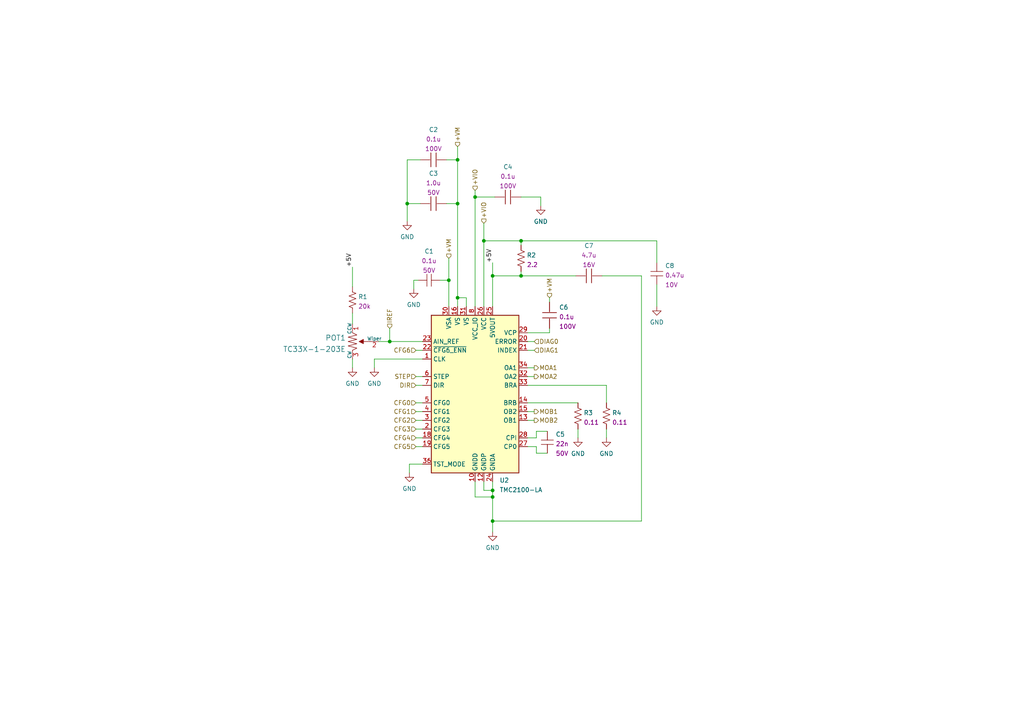
<source format=kicad_sch>
(kicad_sch (version 20211123) (generator eeschema)

  (uuid fa0b1c45-4855-4d89-b307-57acc62c930a)

  (paper "A4")

  (lib_symbols
    (symbol "CL21B475KOFNFNE_1" (pin_numbers hide) (pin_names (offset 0.254)) (in_bom yes) (on_board yes)
      (property "Reference" "C?" (id 0) (at 2.7686 3.6836 0)
        (effects (font (size 1.27 1.27)) (justify left))
      )
      (property "Value" "CL21B475KOFNFNE_1" (id 1) (at 3.81 -12.7 0)
        (effects (font (size 1.27 1.27)) (justify left) hide)
      )
      (property "Footprint" "Capacitor_SMD:C_0805_2012Metric" (id 2) (at 3.81 -15.24 0)
        (effects (font (size 1.27 1.27)) (justify left) hide)
      )
      (property "Datasheet" "~" (id 3) (at 0.635 2.54 0)
        (effects (font (size 1.27 1.27)) hide)
      )
      (property "Digikey Part Number" "1276-2970-1-ND" (id 4) (at 3.81 -17.78 0)
        (effects (font (size 1.27 1.27)) (justify left) hide)
      )
      (property "Manufacturer" "Samsung" (id 5) (at 3.81 -20.32 0)
        (effects (font (size 1.27 1.27)) (justify left) hide)
      )
      (property "Capacitance" "4.7u" (id 6) (at 2.7686 0.9085 0)
        (effects (font (size 1.27 1.27)) (justify left))
      )
      (property "Class" "X7R" (id 7) (at 3.81 -10.16 0)
        (effects (font (size 1.27 1.27)) (justify left) hide)
      )
      (property "Size" "0805" (id 8) (at 2.7686 -1.8666 0)
        (effects (font (size 1.27 1.27)) (justify left) hide)
      )
      (property "Voltage Rating" "16V" (id 9) (at 2.7686 -4.6417 0)
        (effects (font (size 1.27 1.27)) (justify left))
      )
      (property "Tolerance" "10%" (id 10) (at 3.81 -7.62 0)
        (effects (font (size 1.27 1.27)) (justify left) hide)
      )
      (property "Part Number" "CL21B475KOFNFNE" (id 11) (at 3.81 -22.86 0)
        (effects (font (size 1.27 1.27)) (justify left) hide)
      )
      (property "ki_keywords" "cap capacitor ceramic" (id 12) (at 0 0 0)
        (effects (font (size 1.27 1.27)) hide)
      )
      (property "ki_description" "cap 4.7u 16V 0805 ceramic X7R" (id 13) (at 0 0 0)
        (effects (font (size 1.27 1.27)) hide)
      )
      (property "ki_fp_filters" "C_*" (id 14) (at 0 0 0)
        (effects (font (size 1.27 1.27)) hide)
      )
      (symbol "CL21B475KOFNFNE_1_0_1"
        (polyline
          (pts
            (xy -2.032 -0.762)
            (xy 2.032 -0.762)
          )
          (stroke (width 0.2032) (type default) (color 0 0 0 0))
          (fill (type none))
        )
        (polyline
          (pts
            (xy -2.032 0.762)
            (xy 2.032 0.762)
          )
          (stroke (width 0.2032) (type default) (color 0 0 0 0))
          (fill (type none))
        )
      )
      (symbol "CL21B475KOFNFNE_1_1_1"
        (pin passive line (at 0 3.81 270) (length 2.794)
          (name "~" (effects (font (size 1.27 1.27))))
          (number "1" (effects (font (size 1.27 1.27))))
        )
        (pin passive line (at 0 -3.81 90) (length 2.794)
          (name "~" (effects (font (size 1.27 1.27))))
          (number "2" (effects (font (size 1.27 1.27))))
        )
      )
    )
    (symbol "Driver_Motor:TMC2100-LA" (in_bom yes) (on_board yes)
      (property "Reference" "U" (id 0) (at -11.43 24.13 0)
        (effects (font (size 1.27 1.27)))
      )
      (property "Value" "TMC2100-LA" (id 1) (at 8.89 24.13 0)
        (effects (font (size 1.27 1.27)) (justify left))
      )
      (property "Footprint" "Package_DFN_QFN:QFN-36-1EP_5x6mm_P0.5mm_EP3.6x4.1mm_ThermalVias" (id 2) (at -5.08 -27.94 0)
        (effects (font (size 1.27 1.27)) hide)
      )
      (property "Datasheet" "https://www.trinamic.com/fileadmin/assets/Products/ICs_Documents/TMC2100_datasheet_Rev1.08.pdf" (id 3) (at -29.21 26.67 0)
        (effects (font (size 1.27 1.27)) hide)
      )
      (property "ki_keywords" "Driver stepper motor" (id 4) (at 0 0 0)
        (effects (font (size 1.27 1.27)) hide)
      )
      (property "ki_description" "Standalone driver for two-phase bipolar stepper motor, 2.0A, 4.75-46V, QFN-36" (id 5) (at 0 0 0)
        (effects (font (size 1.27 1.27)) hide)
      )
      (property "ki_fp_filters" "QFN*1EP*5x6mm*P0.5mm*" (id 6) (at 0 0 0)
        (effects (font (size 1.27 1.27)) hide)
      )
      (symbol "TMC2100-LA_0_1"
        (rectangle (start -12.7 22.86) (end 12.7 -22.86)
          (stroke (width 0.254) (type default) (color 0 0 0 0))
          (fill (type background))
        )
      )
      (symbol "TMC2100-LA_1_1"
        (pin input line (at -15.24 10.16 0) (length 2.54)
          (name "CLK" (effects (font (size 1.27 1.27))))
          (number "1" (effects (font (size 1.27 1.27))))
        )
        (pin power_in line (at 0 -25.4 90) (length 2.54)
          (name "GNDD" (effects (font (size 1.27 1.27))))
          (number "10" (effects (font (size 1.27 1.27))))
        )
        (pin passive line (at 0 -25.4 90) (length 2.54) hide
          (name "GNDD" (effects (font (size 1.27 1.27))))
          (number "11" (effects (font (size 1.27 1.27))))
        )
        (pin power_in line (at 2.54 -25.4 90) (length 2.54)
          (name "GNDP" (effects (font (size 1.27 1.27))))
          (number "12" (effects (font (size 1.27 1.27))))
        )
        (pin output line (at 15.24 -7.62 180) (length 2.54)
          (name "OB1" (effects (font (size 1.27 1.27))))
          (number "13" (effects (font (size 1.27 1.27))))
        )
        (pin passive line (at 15.24 -2.54 180) (length 2.54)
          (name "BRB" (effects (font (size 1.27 1.27))))
          (number "14" (effects (font (size 1.27 1.27))))
        )
        (pin output line (at 15.24 -5.08 180) (length 2.54)
          (name "OB2" (effects (font (size 1.27 1.27))))
          (number "15" (effects (font (size 1.27 1.27))))
        )
        (pin power_in line (at -5.08 25.4 270) (length 2.54)
          (name "VS" (effects (font (size 1.27 1.27))))
          (number "16" (effects (font (size 1.27 1.27))))
        )
        (pin no_connect line (at 12.7 10.16 180) (length 2.54) hide
          (name "DNC" (effects (font (size 1.27 1.27))))
          (number "17" (effects (font (size 1.27 1.27))))
        )
        (pin input line (at -15.24 -12.7 0) (length 2.54)
          (name "CFG4" (effects (font (size 1.27 1.27))))
          (number "18" (effects (font (size 1.27 1.27))))
        )
        (pin input line (at -15.24 -15.24 0) (length 2.54)
          (name "CFG5" (effects (font (size 1.27 1.27))))
          (number "19" (effects (font (size 1.27 1.27))))
        )
        (pin input line (at -15.24 -10.16 0) (length 2.54)
          (name "CFG3" (effects (font (size 1.27 1.27))))
          (number "2" (effects (font (size 1.27 1.27))))
        )
        (pin open_collector line (at 15.24 15.24 180) (length 2.54)
          (name "ERROR" (effects (font (size 1.27 1.27))))
          (number "20" (effects (font (size 1.27 1.27))))
        )
        (pin open_collector line (at 15.24 12.7 180) (length 2.54)
          (name "INDEX" (effects (font (size 1.27 1.27))))
          (number "21" (effects (font (size 1.27 1.27))))
        )
        (pin input line (at -15.24 12.7 0) (length 2.54)
          (name "~{CFG6_ENN}" (effects (font (size 1.27 1.27))))
          (number "22" (effects (font (size 1.27 1.27))))
        )
        (pin input line (at -15.24 15.24 0) (length 2.54)
          (name "AIN_REF" (effects (font (size 1.27 1.27))))
          (number "23" (effects (font (size 1.27 1.27))))
        )
        (pin power_in line (at 5.08 -25.4 90) (length 2.54)
          (name "GNDA" (effects (font (size 1.27 1.27))))
          (number "24" (effects (font (size 1.27 1.27))))
        )
        (pin power_out line (at 5.08 25.4 270) (length 2.54)
          (name "5VOUT" (effects (font (size 1.27 1.27))))
          (number "25" (effects (font (size 1.27 1.27))))
        )
        (pin power_in line (at 2.54 25.4 270) (length 2.54)
          (name "VCC" (effects (font (size 1.27 1.27))))
          (number "26" (effects (font (size 1.27 1.27))))
        )
        (pin passive line (at 15.24 -15.24 180) (length 2.54)
          (name "CP0" (effects (font (size 1.27 1.27))))
          (number "27" (effects (font (size 1.27 1.27))))
        )
        (pin passive line (at 15.24 -12.7 180) (length 2.54)
          (name "CPI" (effects (font (size 1.27 1.27))))
          (number "28" (effects (font (size 1.27 1.27))))
        )
        (pin passive line (at 15.24 17.78 180) (length 2.54)
          (name "VCP" (effects (font (size 1.27 1.27))))
          (number "29" (effects (font (size 1.27 1.27))))
        )
        (pin input line (at -15.24 -7.62 0) (length 2.54)
          (name "CFG2" (effects (font (size 1.27 1.27))))
          (number "3" (effects (font (size 1.27 1.27))))
        )
        (pin power_in line (at -7.62 25.4 270) (length 2.54)
          (name "VSA" (effects (font (size 1.27 1.27))))
          (number "30" (effects (font (size 1.27 1.27))))
        )
        (pin power_in line (at -2.54 25.4 270) (length 2.54)
          (name "VS" (effects (font (size 1.27 1.27))))
          (number "31" (effects (font (size 1.27 1.27))))
        )
        (pin output line (at 15.24 5.08 180) (length 2.54)
          (name "OA2" (effects (font (size 1.27 1.27))))
          (number "32" (effects (font (size 1.27 1.27))))
        )
        (pin passive line (at 15.24 2.54 180) (length 2.54)
          (name "BRA" (effects (font (size 1.27 1.27))))
          (number "33" (effects (font (size 1.27 1.27))))
        )
        (pin output line (at 15.24 7.62 180) (length 2.54)
          (name "OA1" (effects (font (size 1.27 1.27))))
          (number "34" (effects (font (size 1.27 1.27))))
        )
        (pin passive line (at 2.54 -25.4 90) (length 2.54) hide
          (name "GNDP" (effects (font (size 1.27 1.27))))
          (number "35" (effects (font (size 1.27 1.27))))
        )
        (pin input line (at -15.24 -20.32 0) (length 2.54)
          (name "TST_MODE" (effects (font (size 1.27 1.27))))
          (number "36" (effects (font (size 1.27 1.27))))
        )
        (pin passive line (at 0 -25.4 90) (length 2.54) hide
          (name "GNDD" (effects (font (size 1.27 1.27))))
          (number "37" (effects (font (size 1.27 1.27))))
        )
        (pin input line (at -15.24 -5.08 0) (length 2.54)
          (name "CFG1" (effects (font (size 1.27 1.27))))
          (number "4" (effects (font (size 1.27 1.27))))
        )
        (pin input line (at -15.24 -2.54 0) (length 2.54)
          (name "CFG0" (effects (font (size 1.27 1.27))))
          (number "5" (effects (font (size 1.27 1.27))))
        )
        (pin input line (at -15.24 5.08 0) (length 2.54)
          (name "STEP" (effects (font (size 1.27 1.27))))
          (number "6" (effects (font (size 1.27 1.27))))
        )
        (pin input line (at -15.24 2.54 0) (length 2.54)
          (name "DIR" (effects (font (size 1.27 1.27))))
          (number "7" (effects (font (size 1.27 1.27))))
        )
        (pin power_in line (at 0 25.4 270) (length 2.54)
          (name "VCC_IO" (effects (font (size 1.27 1.27))))
          (number "8" (effects (font (size 1.27 1.27))))
        )
        (pin no_connect line (at 12.7 0 180) (length 2.54) hide
          (name "DNC" (effects (font (size 1.27 1.27))))
          (number "9" (effects (font (size 1.27 1.27))))
        )
      )
    )
    (symbol "dk_Trimmer-Potentiometers:TC33X-1-203E" (pin_names (offset 0)) (in_bom yes) (on_board yes)
      (property "Reference" "POT" (id 0) (at -5.334 4.318 0)
        (effects (font (size 1.524 1.524)))
      )
      (property "Value" "TC33X-1-203E" (id 1) (at 0.254 -2.794 0)
        (effects (font (size 1.524 1.524)))
      )
      (property "Footprint" "digikey-footprints:Trimpot_3.8mmx3.6mm_TC33X-2-103E" (id 2) (at 5.08 5.08 0)
        (effects (font (size 1.524 1.524)) (justify left) hide)
      )
      (property "Datasheet" "https://www.bourns.com/docs/Product-Datasheets/TC33.pdf" (id 3) (at 5.08 7.62 0)
        (effects (font (size 1.524 1.524)) (justify left) hide)
      )
      (property "Digi-Key_PN" "TC33X-1-203E" (id 4) (at 5.08 10.16 0)
        (effects (font (size 1.524 1.524)) (justify left) hide)
      )
      (property "MPN" "TC33X-1-203E" (id 5) (at 5.08 12.7 0)
        (effects (font (size 1.524 1.524)) (justify left) hide)
      )
      (property "Category" "Potentiometers, Variable Resistors" (id 6) (at 5.08 15.24 0)
        (effects (font (size 1.524 1.524)) (justify left) hide)
      )
      (property "Family" "Trimmer Potentiometers" (id 7) (at 5.08 17.78 0)
        (effects (font (size 1.524 1.524)) (justify left) hide)
      )
      (property "DK_Datasheet_Link" "https://www.bourns.com/docs/Product-Datasheets/TC33.pdf" (id 8) (at 5.08 20.32 0)
        (effects (font (size 1.524 1.524)) (justify left) hide)
      )
      (property "DK_Detail_Page" "/product-detail/en/bourns-inc/TC33X-2-103E/TC33X-103ETR-ND/612858" (id 9) (at 5.08 22.86 0)
        (effects (font (size 1.524 1.524)) (justify left) hide)
      )
      (property "Description" "TRIMMER 10K OHM 0.1W J LEAD TOP" (id 10) (at 5.08 25.4 0)
        (effects (font (size 1.524 1.524)) (justify left) hide)
      )
      (property "Manufacturer" "Bourns Inc." (id 11) (at 5.08 27.94 0)
        (effects (font (size 1.524 1.524)) (justify left) hide)
      )
      (property "Status" "Active" (id 12) (at 5.08 30.48 0)
        (effects (font (size 1.524 1.524)) (justify left) hide)
      )
      (property "ki_description" "TRIMMER 20K OHM 0.1W J LEAD TOP" (id 13) (at 0 0 0)
        (effects (font (size 1.27 1.27)) hide)
      )
      (symbol "TC33X-1-203E_0_1"
        (polyline
          (pts
            (xy 0 5.08)
            (xy 0 3.175)
          )
          (stroke (width 0) (type default) (color 0 0 0 0))
          (fill (type none))
        )
        (polyline
          (pts
            (xy -0.635 3.175)
            (xy 0.635 3.175)
            (xy 0 1.905)
            (xy -0.635 3.175)
          )
          (stroke (width 0) (type default) (color 0 0 0 0))
          (fill (type outline))
        )
        (polyline
          (pts
            (xy -2.54 0)
            (xy -1.905 1.27)
            (xy -1.27 -1.27)
            (xy -0.635 1.27)
            (xy 0 -1.27)
            (xy 0.635 1.27)
            (xy 1.27 -1.27)
            (xy 1.905 1.27)
            (xy 2.54 0)
          )
          (stroke (width 0) (type default) (color 0 0 0 0))
          (fill (type none))
        )
      )
      (symbol "TC33X-1-203E_1_1"
        (pin passive line (at -5.08 0 0) (length 2.54)
          (name "CCW" (effects (font (size 1.016 1.016))))
          (number "1" (effects (font (size 1.27 1.27))))
        )
        (pin passive line (at 0 7.62 270) (length 2.54)
          (name "Wiper" (effects (font (size 1.016 1.016))))
          (number "2" (effects (font (size 1.27 1.27))))
        )
        (pin passive line (at 5.08 0 180) (length 2.54)
          (name "CW" (effects (font (size 1.016 1.016))))
          (number "3" (effects (font (size 1.27 1.27))))
        )
      )
    )
    (symbol "ekd_capacitors_ceramic_smd:CL10B104KB8NNNL" (pin_numbers hide) (pin_names (offset 1.016)) (in_bom yes) (on_board yes)
      (property "Reference" "C" (id 0) (at 0 -3.302 0)
        (effects (font (size 1.27 1.27)))
      )
      (property "Value" "CL10B104KB8NNNL" (id 1) (at 12.954 -4.318 0)
        (effects (font (size 1.27 1.27)) hide)
      )
      (property "Footprint" "ekd_capacitors_smd:1206" (id 2) (at 16.256 -2.286 0)
        (effects (font (size 1.27 1.27)) hide)
      )
      (property "Datasheet" "https://media.digikey.com/pdf/Data%20Sheets/Samsung%20PDFs/CL10B104KB8NNNL_Spec.pdf" (id 3) (at 0 3.048 0)
        (effects (font (size 1.27 1.27)) hide)
      )
      (property "Capacitance" "0.1u" (id 4) (at 4.826 -10.922 0)
        (effects (font (size 1.27 1.27)))
      )
      (property "Voltage Rating" "50V" (id 5) (at 4.826 -13.208 0)
        (effects (font (size 1.27 1.27)))
      )
      (symbol "CL10B104KB8NNNL_1_1"
        (polyline
          (pts
            (xy -1.778 -12.7)
            (xy 1.778 -12.7)
          )
          (stroke (width 0) (type default) (color 0 0 0 0))
          (fill (type none))
        )
        (polyline
          (pts
            (xy -1.778 -11.43)
            (xy 1.778 -11.43)
          )
          (stroke (width 0) (type default) (color 0 0 0 0))
          (fill (type none))
        )
        (pin passive line (at 0 -8.89 270) (length 2.54)
          (name "~" (effects (font (size 1.016 1.016))))
          (number "1" (effects (font (size 1.016 1.016))))
        )
        (pin passive line (at 0 -15.24 90) (length 2.54)
          (name "~" (effects (font (size 1.016 1.016))))
          (number "2" (effects (font (size 1.016 1.016))))
        )
      )
    )
    (symbol "ekd_capacitors_ceramic_smd:CL10B223KB8NNNC" (pin_numbers hide) (pin_names (offset 1.016)) (in_bom yes) (on_board yes)
      (property "Reference" "C" (id 0) (at 0 -3.302 0)
        (effects (font (size 1.27 1.27)))
      )
      (property "Value" "CL10B223KB8NNNC" (id 1) (at 12.954 -4.318 0)
        (effects (font (size 1.27 1.27)) hide)
      )
      (property "Footprint" "Capacitor_SMD:C_0603_1608Metric" (id 2) (at 16.256 -2.286 0)
        (effects (font (size 1.27 1.27)) hide)
      )
      (property "Datasheet" "https://media.digikey.com/pdf/Data%20Sheets/Samsung%20PDFs/CL10B104KB8NNNL_Spec.pdf" (id 3) (at 0 3.048 0)
        (effects (font (size 1.27 1.27)) hide)
      )
      (property "Capacitance" "22n" (id 4) (at 4.826 -10.922 0)
        (effects (font (size 1.27 1.27)))
      )
      (property "Voltage Rating" "50V" (id 5) (at 4.826 -13.208 0)
        (effects (font (size 1.27 1.27)))
      )
      (symbol "CL10B223KB8NNNC_1_1"
        (polyline
          (pts
            (xy -1.778 -12.7)
            (xy 1.778 -12.7)
          )
          (stroke (width 0) (type default) (color 0 0 0 0))
          (fill (type none))
        )
        (polyline
          (pts
            (xy -1.778 -11.43)
            (xy 1.778 -11.43)
          )
          (stroke (width 0) (type default) (color 0 0 0 0))
          (fill (type none))
        )
        (pin passive line (at 0 -8.89 270) (length 2.54)
          (name "~" (effects (font (size 1.016 1.016))))
          (number "1" (effects (font (size 1.016 1.016))))
        )
        (pin passive line (at 0 -15.24 90) (length 2.54)
          (name "~" (effects (font (size 1.016 1.016))))
          (number "2" (effects (font (size 1.016 1.016))))
        )
      )
    )
    (symbol "ekd_capacitors_ceramic_smd:LMF316B7474KLHT" (pin_numbers hide) (pin_names (offset 1.016)) (in_bom yes) (on_board yes)
      (property "Reference" "C" (id 0) (at 0 -3.302 0)
        (effects (font (size 1.27 1.27)))
      )
      (property "Value" "LMF316B7474KLHT" (id 1) (at 12.954 -4.318 0)
        (effects (font (size 1.27 1.27)) hide)
      )
      (property "Footprint" "ekd_capacitors_smd:1206" (id 2) (at 16.256 -2.286 0)
        (effects (font (size 1.27 1.27)) hide)
      )
      (property "Datasheet" "https://ds.yuden.co.jp/TYCOMPAS/ut/detail?pn=MAASL31LSB7474KTNA01&u=M" (id 3) (at 0 3.048 0)
        (effects (font (size 1.27 1.27)) hide)
      )
      (property "Capacitance" "0.47u" (id 4) (at 4.826 -10.922 0)
        (effects (font (size 1.27 1.27)))
      )
      (property "Voltage Rating" "10V" (id 5) (at 4.826 -13.208 0)
        (effects (font (size 1.27 1.27)))
      )
      (symbol "LMF316B7474KLHT_1_1"
        (polyline
          (pts
            (xy -1.778 -12.7)
            (xy 1.778 -12.7)
          )
          (stroke (width 0) (type default) (color 0 0 0 0))
          (fill (type none))
        )
        (polyline
          (pts
            (xy -1.778 -11.43)
            (xy 1.778 -11.43)
          )
          (stroke (width 0) (type default) (color 0 0 0 0))
          (fill (type none))
        )
        (pin passive line (at 0 -8.89 270) (length 2.54)
          (name "~" (effects (font (size 1.016 1.016))))
          (number "1" (effects (font (size 1.016 1.016))))
        )
        (pin passive line (at 0 -15.24 90) (length 2.54)
          (name "~" (effects (font (size 1.016 1.016))))
          (number "2" (effects (font (size 1.016 1.016))))
        )
      )
    )
    (symbol "ekd_resistors_smd:CRGCQ0603J2R2" (pin_numbers hide) (pin_names (offset 1.016)) (in_bom yes) (on_board yes)
      (property "Reference" "R" (id 0) (at 0 -0.381 0)
        (effects (font (size 1.27 1.27)))
      )
      (property "Value" "CRGCQ0603J2R2" (id 1) (at 13.208 -6.604 0)
        (effects (font (size 1.27 1.27)) hide)
      )
      (property "Footprint" "Resistor_SMD:R_0603_1608Metric" (id 2) (at 17.272 -4.064 0)
        (effects (font (size 1.27 1.27)) hide)
      )
      (property "Datasheet" "https://www.te.com/commerce/DocumentDelivery/DDEController?Action=srchrtrv&DocNm=1773204-3&DocType=DS&DocLang=English" (id 3) (at 0 0 0)
        (effects (font (size 1.27 1.27)) hide)
      )
      (property "Resistance" "2.2" (id 4) (at 4.064 -11.176 0)
        (effects (font (size 1.27 1.27)))
      )
      (property "Power Rating" "1/10W" (id 5) (at 9.144 -8.89 0)
        (effects (font (size 1.27 1.27)) hide)
      )
      (symbol "CRGCQ0603J2R2_1_1"
        (polyline
          (pts
            (xy 0 -13.716)
            (xy 0 -13.97)
          )
          (stroke (width 0) (type default) (color 0 0 0 0))
          (fill (type none))
        )
        (polyline
          (pts
            (xy 0 -9.144)
            (xy 0 -8.89)
          )
          (stroke (width 0) (type default) (color 0 0 0 0))
          (fill (type none))
        )
        (polyline
          (pts
            (xy 0 -12.192)
            (xy 1.016 -12.573)
            (xy 0 -12.954)
            (xy -1.016 -13.335)
            (xy 0 -13.716)
          )
          (stroke (width 0) (type default) (color 0 0 0 0))
          (fill (type none))
        )
        (polyline
          (pts
            (xy 0 -10.668)
            (xy 1.016 -11.049)
            (xy 0 -11.43)
            (xy -1.016 -11.811)
            (xy 0 -12.192)
          )
          (stroke (width 0) (type default) (color 0 0 0 0))
          (fill (type none))
        )
        (polyline
          (pts
            (xy 0 -9.144)
            (xy 1.016 -9.525)
            (xy 0 -9.906)
            (xy -1.016 -10.287)
            (xy 0 -10.668)
          )
          (stroke (width 0) (type default) (color 0 0 0 0))
          (fill (type none))
        )
        (pin passive line (at 0 -7.62 270) (length 1.27)
          (name "~" (effects (font (size 1.27 1.27))))
          (number "1" (effects (font (size 1.27 1.27))))
        )
        (pin passive line (at 0 -15.24 90) (length 1.27)
          (name "~" (effects (font (size 1.27 1.27))))
          (number "2" (effects (font (size 1.27 1.27))))
        )
      )
    )
    (symbol "ekd_resistors_smd:RL1220S-R11-F" (pin_numbers hide) (pin_names (offset 1.016)) (in_bom yes) (on_board yes)
      (property "Reference" "R" (id 0) (at 0 -0.381 0)
        (effects (font (size 1.27 1.27)))
      )
      (property "Value" "RL1220S-R11-F" (id 1) (at 13.208 -6.604 0)
        (effects (font (size 1.27 1.27)) hide)
      )
      (property "Footprint" "ekd_resistors_smd:0402" (id 2) (at 17.272 -4.064 0)
        (effects (font (size 1.27 1.27)) hide)
      )
      (property "Datasheet" "https://www.susumu.co.jp/common/pdf/n_catalog_partition08_en.pdf" (id 3) (at 0 0 0)
        (effects (font (size 1.27 1.27)) hide)
      )
      (property "Resistance" "0.11" (id 4) (at 4.064 -11.176 0)
        (effects (font (size 1.27 1.27)))
      )
      (property "Power Rating" "1/3W" (id 5) (at 9.144 -8.89 0)
        (effects (font (size 1.27 1.27)) hide)
      )
      (symbol "RL1220S-R11-F_1_1"
        (polyline
          (pts
            (xy 0 -13.716)
            (xy 0 -13.97)
          )
          (stroke (width 0) (type default) (color 0 0 0 0))
          (fill (type none))
        )
        (polyline
          (pts
            (xy 0 -9.144)
            (xy 0 -8.89)
          )
          (stroke (width 0) (type default) (color 0 0 0 0))
          (fill (type none))
        )
        (polyline
          (pts
            (xy 0 -12.192)
            (xy 1.016 -12.573)
            (xy 0 -12.954)
            (xy -1.016 -13.335)
            (xy 0 -13.716)
          )
          (stroke (width 0) (type default) (color 0 0 0 0))
          (fill (type none))
        )
        (polyline
          (pts
            (xy 0 -10.668)
            (xy 1.016 -11.049)
            (xy 0 -11.43)
            (xy -1.016 -11.811)
            (xy 0 -12.192)
          )
          (stroke (width 0) (type default) (color 0 0 0 0))
          (fill (type none))
        )
        (polyline
          (pts
            (xy 0 -9.144)
            (xy 1.016 -9.525)
            (xy 0 -9.906)
            (xy -1.016 -10.287)
            (xy 0 -10.668)
          )
          (stroke (width 0) (type default) (color 0 0 0 0))
          (fill (type none))
        )
        (pin passive line (at 0 -7.62 270) (length 1.27)
          (name "~" (effects (font (size 1.27 1.27))))
          (number "1" (effects (font (size 1.27 1.27))))
        )
        (pin passive line (at 0 -15.24 90) (length 1.27)
          (name "~" (effects (font (size 1.27 1.27))))
          (number "2" (effects (font (size 1.27 1.27))))
        )
      )
    )
    (symbol "mw_ceramic_caps:CGA3E3X7S2A104K080AB" (pin_numbers hide) (pin_names (offset 0.254)) (in_bom yes) (on_board yes)
      (property "Reference" "C" (id 0) (at 3.81 3.81 0)
        (effects (font (size 1.27 1.27)) (justify left))
      )
      (property "Value" "CGA3E3X7S2A104K080AB" (id 1) (at 3.81 -12.7 0)
        (effects (font (size 1.27 1.27)) (justify left) hide)
      )
      (property "Footprint" "Capacitor_SMD:C_0603_1608Metric" (id 2) (at 3.81 -15.24 0)
        (effects (font (size 1.27 1.27)) (justify left) hide)
      )
      (property "Datasheet" "~" (id 3) (at 0.635 2.54 0)
        (effects (font (size 1.27 1.27)) hide)
      )
      (property "Digikey Part Number" "445-6938-1-ND" (id 4) (at 3.81 -17.78 0)
        (effects (font (size 1.27 1.27)) (justify left) hide)
      )
      (property "Manufacturer" "TDK" (id 5) (at 3.81 -20.32 0)
        (effects (font (size 1.27 1.27)) (justify left) hide)
      )
      (property "Capacitance" "0.1u" (id 6) (at 3.81 1.27 0)
        (effects (font (size 1.27 1.27)) (justify left))
      )
      (property "Class" "X7S" (id 7) (at 3.81 -10.16 0)
        (effects (font (size 1.27 1.27)) (justify left) hide)
      )
      (property "Size" "0603" (id 8) (at 3.81 -3.81 0)
        (effects (font (size 1.27 1.27)) (justify left) hide)
      )
      (property "Voltage Rating" "100V" (id 9) (at 3.81 -1.27 0)
        (effects (font (size 1.27 1.27)) (justify left))
      )
      (property "Part Number" "CGA3E3X7S2A104K080AB" (id 10) (at 3.81 -22.86 0)
        (effects (font (size 1.27 1.27)) (justify left) hide)
      )
      (property "ki_keywords" "cap capacitor ceramic" (id 11) (at 0 0 0)
        (effects (font (size 1.27 1.27)) hide)
      )
      (property "ki_description" "cap 0.1u 100V 0603 ceramic X7S AEC-Q200" (id 12) (at 0 0 0)
        (effects (font (size 1.27 1.27)) hide)
      )
      (property "ki_fp_filters" "C_*" (id 13) (at 0 0 0)
        (effects (font (size 1.27 1.27)) hide)
      )
      (symbol "CGA3E3X7S2A104K080AB_0_1"
        (polyline
          (pts
            (xy -2.032 -0.762)
            (xy 2.032 -0.762)
          )
          (stroke (width 0.2032) (type default) (color 0 0 0 0))
          (fill (type none))
        )
        (polyline
          (pts
            (xy -2.032 0.762)
            (xy 2.032 0.762)
          )
          (stroke (width 0.2032) (type default) (color 0 0 0 0))
          (fill (type none))
        )
      )
      (symbol "CGA3E3X7S2A104K080AB_1_1"
        (pin passive line (at 0 3.81 270) (length 2.794)
          (name "~" (effects (font (size 1.27 1.27))))
          (number "1" (effects (font (size 1.27 1.27))))
        )
        (pin passive line (at 0 -3.81 90) (length 2.794)
          (name "~" (effects (font (size 1.27 1.27))))
          (number "2" (effects (font (size 1.27 1.27))))
        )
      )
    )
    (symbol "mw_ceramic_caps:CL21B105KBFNFNE" (pin_numbers hide) (pin_names (offset 0.254)) (in_bom yes) (on_board yes)
      (property "Reference" "C" (id 0) (at 3.81 3.81 0)
        (effects (font (size 1.27 1.27)) (justify left))
      )
      (property "Value" "CL21B105KBFNFNE" (id 1) (at 3.81 -12.7 0)
        (effects (font (size 1.27 1.27)) (justify left) hide)
      )
      (property "Footprint" "Capacitor_SMD:C_0805_2012Metric" (id 2) (at 3.81 -15.24 0)
        (effects (font (size 1.27 1.27)) (justify left) hide)
      )
      (property "Datasheet" "~" (id 3) (at 0.635 2.54 0)
        (effects (font (size 1.27 1.27)) hide)
      )
      (property "Digikey Part Number" "1276-2928-1-ND" (id 4) (at 3.81 -17.78 0)
        (effects (font (size 1.27 1.27)) (justify left) hide)
      )
      (property "Manufacturer" "Samsung" (id 5) (at 3.81 -20.32 0)
        (effects (font (size 1.27 1.27)) (justify left) hide)
      )
      (property "Capacitance" "1.0u" (id 6) (at 3.81 1.27 0)
        (effects (font (size 1.27 1.27)) (justify left))
      )
      (property "Class" "X7R" (id 7) (at 3.81 -10.16 0)
        (effects (font (size 1.27 1.27)) (justify left) hide)
      )
      (property "Size" "0805" (id 8) (at 3.81 -3.81 0)
        (effects (font (size 1.27 1.27)) (justify left) hide)
      )
      (property "Voltage Rating" "50V" (id 9) (at 3.81 -1.27 0)
        (effects (font (size 1.27 1.27)) (justify left))
      )
      (property "Part Number" "CL21B105KBFNFNE" (id 10) (at 12.7 -22.86 0)
        (effects (font (size 1.27 1.27)) hide)
      )
      (property "Cost" "$0.0738 CAD @ 100" (id 11) (at 13.97 -25.4 0)
        (effects (font (size 1.27 1.27)) hide)
      )
      (property "ki_keywords" "cap capacitor ceramic" (id 12) (at 0 0 0)
        (effects (font (size 1.27 1.27)) hide)
      )
      (property "ki_description" "cap 1.0u 50V 0805 ceramic X7R" (id 13) (at 0 0 0)
        (effects (font (size 1.27 1.27)) hide)
      )
      (property "ki_fp_filters" "C_*" (id 14) (at 0 0 0)
        (effects (font (size 1.27 1.27)) hide)
      )
      (symbol "CL21B105KBFNFNE_0_1"
        (polyline
          (pts
            (xy -2.032 -0.762)
            (xy 2.032 -0.762)
          )
          (stroke (width 0.2032) (type default) (color 0 0 0 0))
          (fill (type none))
        )
        (polyline
          (pts
            (xy -2.032 0.762)
            (xy 2.032 0.762)
          )
          (stroke (width 0.2032) (type default) (color 0 0 0 0))
          (fill (type none))
        )
      )
      (symbol "CL21B105KBFNFNE_1_1"
        (pin passive line (at 0 3.81 270) (length 2.794)
          (name "~" (effects (font (size 1.27 1.27))))
          (number "1" (effects (font (size 1.27 1.27))))
        )
        (pin passive line (at 0 -3.81 90) (length 2.794)
          (name "~" (effects (font (size 1.27 1.27))))
          (number "2" (effects (font (size 1.27 1.27))))
        )
      )
    )
    (symbol "mw_resistors_smd:RC0402FR-0720KL" (pin_numbers hide) (pin_names (offset 0)) (in_bom yes) (on_board yes)
      (property "Reference" "R" (id 0) (at 3.81 1.27 0)
        (effects (font (size 1.27 1.27)))
      )
      (property "Value" "RC0402FR-0720KL" (id 1) (at 2.54 6.35 0)
        (effects (font (size 1.27 1.27)) (justify left) hide)
      )
      (property "Footprint" "Resistor_SMD:R_0402_1005Metric" (id 2) (at 2.54 3.81 0)
        (effects (font (size 1.27 1.27)) (justify left) hide)
      )
      (property "Datasheet" "http://www.yageo.com/documents/recent/PYu-RC_Group_51_RoHS_L_10.pdf" (id 3) (at 2.54 -1.27 90)
        (effects (font (size 1.27 1.27)) (justify left) hide)
      )
      (property "Digikey Part Number" "311-20.0KLRCT-ND" (id 4) (at 2.54 -11.43 0)
        (effects (font (size 1.27 1.27)) (justify left) hide)
      )
      (property "Manufacturer" "Yageo" (id 5) (at 24.13 21.59 0)
        (effects (font (size 1.27 1.27)) hide)
      )
      (property "Part Number" "RC0402FR-0720KL" (id 6) (at 2.54 -8.89 0)
        (effects (font (size 1.27 1.27)) (justify left) hide)
      )
      (property "Tolerance" "1%" (id 7) (at 2.54 -3.81 0)
        (effects (font (size 1.27 1.27)) (justify left) hide)
      )
      (property "Power" "1/16W" (id 8) (at 2.54 -6.35 0)
        (effects (font (size 1.27 1.27)) (justify left) hide)
      )
      (property "Composition" "Thick Film" (id 9) (at 2.54 -16.51 0)
        (effects (font (size 1.27 1.27)) (justify left) hide)
      )
      (property "Temperature Coefficent" "100ppm/degC" (id 10) (at 2.54 -13.97 0)
        (effects (font (size 1.27 1.27)) (justify left) hide)
      )
      (property "Resistance" "20k" (id 11) (at 2.54 -1.27 0)
        (effects (font (size 1.27 1.27)) (justify left))
      )
      (property "ki_keywords" "R res resistor" (id 12) (at 0 0 0)
        (effects (font (size 1.27 1.27)) hide)
      )
      (property "ki_description" "Res 20k 0402 1% 1/16W Yageo" (id 13) (at 0 0 0)
        (effects (font (size 1.27 1.27)) hide)
      )
      (property "ki_fp_filters" "R_*" (id 14) (at 0 0 0)
        (effects (font (size 1.27 1.27)) hide)
      )
      (symbol "RC0402FR-0720KL_0_1"
        (polyline
          (pts
            (xy 0 -2.286)
            (xy 0 -2.54)
          )
          (stroke (width 0) (type default) (color 0 0 0 0))
          (fill (type none))
        )
        (polyline
          (pts
            (xy 0 2.286)
            (xy 0 2.54)
          )
          (stroke (width 0) (type default) (color 0 0 0 0))
          (fill (type none))
        )
        (polyline
          (pts
            (xy 0 -0.762)
            (xy 1.016 -1.143)
            (xy 0 -1.524)
            (xy -1.016 -1.905)
            (xy 0 -2.286)
          )
          (stroke (width 0) (type default) (color 0 0 0 0))
          (fill (type none))
        )
        (polyline
          (pts
            (xy 0 0.762)
            (xy 1.016 0.381)
            (xy 0 0)
            (xy -1.016 -0.381)
            (xy 0 -0.762)
          )
          (stroke (width 0) (type default) (color 0 0 0 0))
          (fill (type none))
        )
        (polyline
          (pts
            (xy 0 2.286)
            (xy 1.016 1.905)
            (xy 0 1.524)
            (xy -1.016 1.143)
            (xy 0 0.762)
          )
          (stroke (width 0) (type default) (color 0 0 0 0))
          (fill (type none))
        )
      )
      (symbol "RC0402FR-0720KL_1_1"
        (pin passive line (at 0 3.81 270) (length 1.27)
          (name "~" (effects (font (size 1.27 1.27))))
          (number "1" (effects (font (size 1.27 1.27))))
        )
        (pin passive line (at 0 -3.81 90) (length 1.27)
          (name "~" (effects (font (size 1.27 1.27))))
          (number "2" (effects (font (size 1.27 1.27))))
        )
      )
    )
    (symbol "power:GND" (power) (pin_names (offset 0)) (in_bom yes) (on_board yes)
      (property "Reference" "#PWR" (id 0) (at 0 -6.35 0)
        (effects (font (size 1.27 1.27)) hide)
      )
      (property "Value" "GND" (id 1) (at 0 -3.81 0)
        (effects (font (size 1.27 1.27)))
      )
      (property "Footprint" "" (id 2) (at 0 0 0)
        (effects (font (size 1.27 1.27)) hide)
      )
      (property "Datasheet" "" (id 3) (at 0 0 0)
        (effects (font (size 1.27 1.27)) hide)
      )
      (property "ki_keywords" "power-flag" (id 4) (at 0 0 0)
        (effects (font (size 1.27 1.27)) hide)
      )
      (property "ki_description" "Power symbol creates a global label with name \"GND\" , ground" (id 5) (at 0 0 0)
        (effects (font (size 1.27 1.27)) hide)
      )
      (symbol "GND_0_1"
        (polyline
          (pts
            (xy 0 0)
            (xy 0 -1.27)
            (xy 1.27 -1.27)
            (xy 0 -2.54)
            (xy -1.27 -1.27)
            (xy 0 -1.27)
          )
          (stroke (width 0) (type default) (color 0 0 0 0))
          (fill (type none))
        )
      )
      (symbol "GND_1_1"
        (pin power_in line (at 0 0 270) (length 0) hide
          (name "GND" (effects (font (size 1.27 1.27))))
          (number "1" (effects (font (size 1.27 1.27))))
        )
      )
    )
  )


  (junction (at 118.11 59.055) (diameter 0) (color 0 0 0 0)
    (uuid 108a2161-c93c-4a1b-a9dc-189c840edaad)
  )
  (junction (at 132.715 46.355) (diameter 0) (color 0 0 0 0)
    (uuid 2de4302d-3df9-4a48-a874-761bb5c28d7e)
  )
  (junction (at 151.13 80.01) (diameter 0) (color 0 0 0 0)
    (uuid 3dbd9511-8373-4ec3-9c5f-f223be19fd05)
  )
  (junction (at 142.875 80.01) (diameter 0) (color 0 0 0 0)
    (uuid 47cdbd17-9006-40ef-ace9-6a719689b7d6)
  )
  (junction (at 113.03 99.06) (diameter 0) (color 0 0 0 0)
    (uuid 48b16e4f-56da-4bb0-8dda-c6baa88222cb)
  )
  (junction (at 142.875 144.145) (diameter 0) (color 0 0 0 0)
    (uuid 4fab34c3-7e20-4aff-a75d-9cb25248e355)
  )
  (junction (at 140.335 69.85) (diameter 0) (color 0 0 0 0)
    (uuid 57fef2ad-50f7-47f0-952a-828e3e39840c)
  )
  (junction (at 132.715 59.055) (diameter 0) (color 0 0 0 0)
    (uuid 67ffac34-1810-4a9d-906b-23f499e4d29e)
  )
  (junction (at 142.875 151.13) (diameter 0) (color 0 0 0 0)
    (uuid 7f8eec83-0b9e-431c-859e-cfc9fe8d748e)
  )
  (junction (at 142.875 142.24) (diameter 0) (color 0 0 0 0)
    (uuid 85d3d40a-670c-4159-b171-26270ac5ebd7)
  )
  (junction (at 137.795 57.15) (diameter 0) (color 0 0 0 0)
    (uuid aa821975-ba4c-4beb-99b0-1328c2731f02)
  )
  (junction (at 132.715 86.36) (diameter 0) (color 0 0 0 0)
    (uuid d4f02148-bea1-4e87-ab5b-1956aeabb84e)
  )
  (junction (at 151.13 69.85) (diameter 0) (color 0 0 0 0)
    (uuid e207e184-cdd3-490e-be93-148233103a54)
  )
  (junction (at 130.175 81.28) (diameter 0) (color 0 0 0 0)
    (uuid ebe07599-df8d-4412-8ab6-9ece05251f90)
  )

  (wire (pts (xy 113.03 99.06) (xy 122.555 99.06))
    (stroke (width 0) (type default) (color 0 0 0 0))
    (uuid 00db8f43-6a9b-4104-9144-8c630e70e206)
  )
  (wire (pts (xy 140.335 69.85) (xy 151.13 69.85))
    (stroke (width 0) (type default) (color 0 0 0 0))
    (uuid 0193fe51-e6ea-42c3-9bac-5a69dcd2a0dd)
  )
  (wire (pts (xy 142.875 139.7) (xy 142.875 142.24))
    (stroke (width 0) (type default) (color 0 0 0 0))
    (uuid 039024da-ad6a-4359-83e9-df2c29076625)
  )
  (wire (pts (xy 153.035 116.84) (xy 167.64 116.84))
    (stroke (width 0) (type default) (color 0 0 0 0))
    (uuid 078b3533-c4a8-4500-9b42-b4400fd01c36)
  )
  (wire (pts (xy 151.13 80.01) (xy 151.13 78.74))
    (stroke (width 0) (type default) (color 0 0 0 0))
    (uuid 091868e4-0853-40eb-babf-00e65c8e35ac)
  )
  (wire (pts (xy 155.575 131.445) (xy 158.75 131.445))
    (stroke (width 0) (type default) (color 0 0 0 0))
    (uuid 0ae34dad-f84a-43d9-9795-4bfd5ddba60a)
  )
  (wire (pts (xy 129.54 59.055) (xy 132.715 59.055))
    (stroke (width 0) (type default) (color 0 0 0 0))
    (uuid 0b89506a-bb95-4a50-a00d-51e11782e230)
  )
  (wire (pts (xy 186.055 80.01) (xy 186.055 151.13))
    (stroke (width 0) (type default) (color 0 0 0 0))
    (uuid 0eab5848-8273-4d00-86e0-ba9170674f46)
  )
  (wire (pts (xy 140.335 64.77) (xy 140.335 69.85))
    (stroke (width 0) (type default) (color 0 0 0 0))
    (uuid 1acd4637-aa93-4c1b-81a4-ccf52ed8faf1)
  )
  (wire (pts (xy 153.035 101.6) (xy 154.94 101.6))
    (stroke (width 0) (type default) (color 0 0 0 0))
    (uuid 1cd0bb28-a1d2-460c-8c11-513371a0bf67)
  )
  (wire (pts (xy 153.035 127) (xy 155.575 127))
    (stroke (width 0) (type default) (color 0 0 0 0))
    (uuid 1d4c7add-d879-48bb-8e47-397bfff51045)
  )
  (wire (pts (xy 102.235 77.47) (xy 102.235 83.185))
    (stroke (width 0) (type default) (color 0 0 0 0))
    (uuid 1de07afb-e0cc-4612-bdec-194481b0777d)
  )
  (wire (pts (xy 190.5 82.55) (xy 190.5 88.9))
    (stroke (width 0) (type default) (color 0 0 0 0))
    (uuid 1f11b17f-efd3-4e59-9c29-7fdc5de2996c)
  )
  (wire (pts (xy 129.54 46.355) (xy 132.715 46.355))
    (stroke (width 0) (type default) (color 0 0 0 0))
    (uuid 2027236c-6c3f-4089-9329-064e353a6108)
  )
  (wire (pts (xy 137.795 55.245) (xy 137.795 57.15))
    (stroke (width 0) (type default) (color 0 0 0 0))
    (uuid 26476e61-3655-43d2-a3eb-0b2a47372fcb)
  )
  (wire (pts (xy 135.255 86.36) (xy 132.715 86.36))
    (stroke (width 0) (type default) (color 0 0 0 0))
    (uuid 29925b1a-95bc-4377-9827-f500c9d7a297)
  )
  (wire (pts (xy 140.335 142.24) (xy 142.875 142.24))
    (stroke (width 0) (type default) (color 0 0 0 0))
    (uuid 29b98fb9-c0f6-44bb-8907-5bd5eaf25a52)
  )
  (wire (pts (xy 102.235 104.14) (xy 102.235 106.68))
    (stroke (width 0) (type default) (color 0 0 0 0))
    (uuid 2a1642b5-54e2-43eb-90f0-3b5e01520425)
  )
  (wire (pts (xy 153.035 106.68) (xy 154.94 106.68))
    (stroke (width 0) (type default) (color 0 0 0 0))
    (uuid 2be7dcf9-29bf-407b-9a5d-e11a2f8bf2c7)
  )
  (wire (pts (xy 175.895 124.46) (xy 175.895 127))
    (stroke (width 0) (type default) (color 0 0 0 0))
    (uuid 33ff663c-76ca-45b4-9aba-697c456cdaf8)
  )
  (wire (pts (xy 118.745 134.62) (xy 122.555 134.62))
    (stroke (width 0) (type default) (color 0 0 0 0))
    (uuid 3b235ed8-31c8-4d60-aff9-59a3f7a87591)
  )
  (wire (pts (xy 127.635 81.28) (xy 130.175 81.28))
    (stroke (width 0) (type default) (color 0 0 0 0))
    (uuid 4267db02-a17c-48bd-8b83-332bab171203)
  )
  (wire (pts (xy 151.13 80.01) (xy 167.005 80.01))
    (stroke (width 0) (type default) (color 0 0 0 0))
    (uuid 4678e16a-6625-448d-b7f3-08e552cd01cf)
  )
  (wire (pts (xy 118.11 46.355) (xy 118.11 59.055))
    (stroke (width 0) (type default) (color 0 0 0 0))
    (uuid 4f68d8a2-4140-4fab-b6b8-d170f4dc4bad)
  )
  (wire (pts (xy 137.795 144.145) (xy 142.875 144.145))
    (stroke (width 0) (type default) (color 0 0 0 0))
    (uuid 52c7afd2-4828-48da-b520-210167ef6a9c)
  )
  (wire (pts (xy 186.055 151.13) (xy 142.875 151.13))
    (stroke (width 0) (type default) (color 0 0 0 0))
    (uuid 56c498c9-5f0f-4329-a893-e79e43ba4f64)
  )
  (wire (pts (xy 153.035 121.92) (xy 154.94 121.92))
    (stroke (width 0) (type default) (color 0 0 0 0))
    (uuid 5d341691-85be-4968-a747-4612bfed67a2)
  )
  (wire (pts (xy 153.035 119.38) (xy 154.94 119.38))
    (stroke (width 0) (type default) (color 0 0 0 0))
    (uuid 5f71bc69-d3f3-48ca-b359-674d163e9df0)
  )
  (wire (pts (xy 113.03 95.25) (xy 113.03 99.06))
    (stroke (width 0) (type default) (color 0 0 0 0))
    (uuid 601c42be-bc76-41d8-afc9-7f735055a07f)
  )
  (wire (pts (xy 140.335 139.7) (xy 140.335 142.24))
    (stroke (width 0) (type default) (color 0 0 0 0))
    (uuid 6280d2e7-d665-4255-92f4-f74220a2010b)
  )
  (wire (pts (xy 135.255 88.9) (xy 135.255 86.36))
    (stroke (width 0) (type default) (color 0 0 0 0))
    (uuid 633af859-5dd7-448b-808e-45561beaa8f8)
  )
  (wire (pts (xy 122.555 104.14) (xy 108.585 104.14))
    (stroke (width 0) (type default) (color 0 0 0 0))
    (uuid 64044bad-1915-4aa9-8079-6908b85f1fd5)
  )
  (wire (pts (xy 142.875 142.24) (xy 142.875 144.145))
    (stroke (width 0) (type default) (color 0 0 0 0))
    (uuid 66e083b7-070d-4df9-9862-34e65c54b799)
  )
  (wire (pts (xy 137.795 57.15) (xy 137.795 88.9))
    (stroke (width 0) (type default) (color 0 0 0 0))
    (uuid 683b5fcb-64ee-4f94-83bb-d72bf7c1650f)
  )
  (wire (pts (xy 120.65 109.22) (xy 122.555 109.22))
    (stroke (width 0) (type default) (color 0 0 0 0))
    (uuid 6881d776-17a8-401e-ae46-e13a52607b0b)
  )
  (wire (pts (xy 120.65 119.38) (xy 122.555 119.38))
    (stroke (width 0) (type default) (color 0 0 0 0))
    (uuid 6a8abc30-027e-4a5f-9e35-39766f487034)
  )
  (wire (pts (xy 118.11 46.355) (xy 121.92 46.355))
    (stroke (width 0) (type default) (color 0 0 0 0))
    (uuid 6d7804c7-7ca9-4b48-a7e4-42f70b3112ef)
  )
  (wire (pts (xy 159.385 86.36) (xy 159.385 87.63))
    (stroke (width 0) (type default) (color 0 0 0 0))
    (uuid 6de7338e-559b-4b78-86d2-6dcd8bb50e5c)
  )
  (wire (pts (xy 132.715 86.36) (xy 132.715 88.9))
    (stroke (width 0) (type default) (color 0 0 0 0))
    (uuid 6fbb7fa1-5d81-4c2c-91d5-800af3d3d309)
  )
  (wire (pts (xy 120.65 124.46) (xy 122.555 124.46))
    (stroke (width 0) (type default) (color 0 0 0 0))
    (uuid 70254d73-88b7-4088-aed1-2ddb8a8407fe)
  )
  (wire (pts (xy 109.855 99.06) (xy 113.03 99.06))
    (stroke (width 0) (type default) (color 0 0 0 0))
    (uuid 786d6eb3-4f2a-4188-b23b-ff1db6b8e53d)
  )
  (wire (pts (xy 158.75 125.095) (xy 155.575 125.095))
    (stroke (width 0) (type default) (color 0 0 0 0))
    (uuid 786eb295-794d-4b37-8917-66cb5d1da407)
  )
  (wire (pts (xy 120.65 111.76) (xy 122.555 111.76))
    (stroke (width 0) (type default) (color 0 0 0 0))
    (uuid 78baafa9-c2ae-48ef-9405-c228fa25b34d)
  )
  (wire (pts (xy 120.65 121.92) (xy 122.555 121.92))
    (stroke (width 0) (type default) (color 0 0 0 0))
    (uuid 7e792128-8a33-4354-a62c-391a50ffcc18)
  )
  (wire (pts (xy 155.575 125.095) (xy 155.575 127))
    (stroke (width 0) (type default) (color 0 0 0 0))
    (uuid 7f67093f-d51d-4dbe-bd2a-cef363c4e9ed)
  )
  (wire (pts (xy 156.845 57.15) (xy 156.845 59.69))
    (stroke (width 0) (type default) (color 0 0 0 0))
    (uuid 893ff8bd-d0ca-4c24-909b-2a97a4b4c93a)
  )
  (wire (pts (xy 121.285 81.28) (xy 120.015 81.28))
    (stroke (width 0) (type default) (color 0 0 0 0))
    (uuid 89f87be4-55ad-4da2-bec4-b155d5cd3d00)
  )
  (wire (pts (xy 174.625 80.01) (xy 186.055 80.01))
    (stroke (width 0) (type default) (color 0 0 0 0))
    (uuid 8b00d4dd-b719-4ec8-9ba3-31434851f70f)
  )
  (wire (pts (xy 190.5 69.85) (xy 190.5 76.2))
    (stroke (width 0) (type default) (color 0 0 0 0))
    (uuid 8b17ba30-a19c-418d-8cd7-4f52cebf1a5b)
  )
  (wire (pts (xy 102.235 90.805) (xy 102.235 93.98))
    (stroke (width 0) (type default) (color 0 0 0 0))
    (uuid 8d6f3649-4c1b-4fd4-91ee-571bcd659deb)
  )
  (wire (pts (xy 132.715 59.055) (xy 132.715 86.36))
    (stroke (width 0) (type default) (color 0 0 0 0))
    (uuid 8f2007eb-f65f-4ced-ba61-f2f968fcc2a3)
  )
  (wire (pts (xy 159.385 96.52) (xy 159.385 95.25))
    (stroke (width 0) (type default) (color 0 0 0 0))
    (uuid 9655566b-067f-4255-bf93-08dbe479af68)
  )
  (wire (pts (xy 153.035 96.52) (xy 159.385 96.52))
    (stroke (width 0) (type default) (color 0 0 0 0))
    (uuid 9b3debd6-75b6-4a8d-8d5a-c1b3c0b21480)
  )
  (wire (pts (xy 151.13 57.15) (xy 156.845 57.15))
    (stroke (width 0) (type default) (color 0 0 0 0))
    (uuid a09f4391-b1ce-413c-81a2-85d900583366)
  )
  (wire (pts (xy 120.65 127) (xy 122.555 127))
    (stroke (width 0) (type default) (color 0 0 0 0))
    (uuid a13cee90-7eae-4854-b81d-1c424a963fbd)
  )
  (wire (pts (xy 137.795 57.15) (xy 143.51 57.15))
    (stroke (width 0) (type default) (color 0 0 0 0))
    (uuid a20850a1-7491-410d-ad13-5a00d4bf6690)
  )
  (wire (pts (xy 132.715 46.355) (xy 132.715 59.055))
    (stroke (width 0) (type default) (color 0 0 0 0))
    (uuid a215baf9-d1da-4a2c-83a7-3837f5200af5)
  )
  (wire (pts (xy 167.64 124.46) (xy 167.64 127))
    (stroke (width 0) (type default) (color 0 0 0 0))
    (uuid a3409e24-69a4-445d-af50-7a95bc0762b0)
  )
  (wire (pts (xy 151.13 69.85) (xy 190.5 69.85))
    (stroke (width 0) (type default) (color 0 0 0 0))
    (uuid aa33c56a-07e5-431d-9000-dab46c74736d)
  )
  (wire (pts (xy 175.895 111.76) (xy 175.895 116.84))
    (stroke (width 0) (type default) (color 0 0 0 0))
    (uuid acc7e79c-57e9-45ac-905f-1d69347873f4)
  )
  (wire (pts (xy 142.875 80.01) (xy 142.875 88.9))
    (stroke (width 0) (type default) (color 0 0 0 0))
    (uuid add84cad-1ad8-494a-a1c2-37d499a0ead1)
  )
  (wire (pts (xy 118.11 59.055) (xy 118.11 64.135))
    (stroke (width 0) (type default) (color 0 0 0 0))
    (uuid b273df9b-788d-4e5a-a483-7a51712f620b)
  )
  (wire (pts (xy 153.035 99.06) (xy 154.94 99.06))
    (stroke (width 0) (type default) (color 0 0 0 0))
    (uuid b4edaeeb-0e47-4940-9750-1f2d1bad48f2)
  )
  (wire (pts (xy 142.875 76.2) (xy 142.875 80.01))
    (stroke (width 0) (type default) (color 0 0 0 0))
    (uuid b817aed8-708d-4cb1-839d-4084448fa9be)
  )
  (wire (pts (xy 118.745 134.62) (xy 118.745 137.16))
    (stroke (width 0) (type default) (color 0 0 0 0))
    (uuid baaa279c-87d3-4200-887a-386a11840a36)
  )
  (wire (pts (xy 142.875 151.13) (xy 142.875 154.305))
    (stroke (width 0) (type default) (color 0 0 0 0))
    (uuid baeb4051-9683-4cb1-9323-abae116724e1)
  )
  (wire (pts (xy 130.175 88.9) (xy 130.175 81.28))
    (stroke (width 0) (type default) (color 0 0 0 0))
    (uuid c52b4432-3e9c-4315-af1b-8bee6f996dec)
  )
  (wire (pts (xy 153.035 109.22) (xy 154.94 109.22))
    (stroke (width 0) (type default) (color 0 0 0 0))
    (uuid c61d88dc-a9db-4c5f-8fa0-e539b5834175)
  )
  (wire (pts (xy 120.65 101.6) (xy 122.555 101.6))
    (stroke (width 0) (type default) (color 0 0 0 0))
    (uuid c646b0cb-0f41-4b5f-81b2-028cf23c8226)
  )
  (wire (pts (xy 153.035 111.76) (xy 175.895 111.76))
    (stroke (width 0) (type default) (color 0 0 0 0))
    (uuid c81b70e3-d5d3-4388-aa52-e10b5e5416ed)
  )
  (wire (pts (xy 118.11 59.055) (xy 121.92 59.055))
    (stroke (width 0) (type default) (color 0 0 0 0))
    (uuid cfbf5114-8814-427e-9fff-16e108e48a5e)
  )
  (wire (pts (xy 130.175 74.93) (xy 130.175 81.28))
    (stroke (width 0) (type default) (color 0 0 0 0))
    (uuid d2917d5e-a5ab-43d0-bdbb-ccf731d83a19)
  )
  (wire (pts (xy 132.715 42.545) (xy 132.715 46.355))
    (stroke (width 0) (type default) (color 0 0 0 0))
    (uuid d4a106ed-1818-4ed2-af56-3041be5b83d6)
  )
  (wire (pts (xy 120.015 81.28) (xy 120.015 83.82))
    (stroke (width 0) (type default) (color 0 0 0 0))
    (uuid d5973884-e632-4c68-81e9-a8b54a84097e)
  )
  (wire (pts (xy 137.795 139.7) (xy 137.795 144.145))
    (stroke (width 0) (type default) (color 0 0 0 0))
    (uuid d6006276-6afb-4e97-973a-bccda646284c)
  )
  (wire (pts (xy 142.875 80.01) (xy 151.13 80.01))
    (stroke (width 0) (type default) (color 0 0 0 0))
    (uuid d85a9c34-5ec6-49b7-8711-7895a7f67990)
  )
  (wire (pts (xy 120.65 116.84) (xy 122.555 116.84))
    (stroke (width 0) (type default) (color 0 0 0 0))
    (uuid df0478b9-213b-4d8f-9b77-9fa7b44b0a08)
  )
  (wire (pts (xy 151.13 69.85) (xy 151.13 71.12))
    (stroke (width 0) (type default) (color 0 0 0 0))
    (uuid e100163b-b350-4de8-aa92-4d064677571e)
  )
  (wire (pts (xy 120.65 129.54) (xy 122.555 129.54))
    (stroke (width 0) (type default) (color 0 0 0 0))
    (uuid e5ef7532-89ce-4b89-96de-ad089ace2e1b)
  )
  (wire (pts (xy 108.585 104.14) (xy 108.585 106.68))
    (stroke (width 0) (type default) (color 0 0 0 0))
    (uuid f2d3825c-445a-4141-abeb-2f70b3458bcc)
  )
  (wire (pts (xy 155.575 129.54) (xy 155.575 131.445))
    (stroke (width 0) (type default) (color 0 0 0 0))
    (uuid f68f958e-7f66-418a-8a72-9473f709762d)
  )
  (wire (pts (xy 142.875 144.145) (xy 142.875 151.13))
    (stroke (width 0) (type default) (color 0 0 0 0))
    (uuid f7cb177d-985f-45b9-a2f4-0bf2c5aff7e4)
  )
  (wire (pts (xy 153.035 129.54) (xy 155.575 129.54))
    (stroke (width 0) (type default) (color 0 0 0 0))
    (uuid fb9c4c1b-1ab7-4373-9bb1-e5789eafe426)
  )
  (wire (pts (xy 140.335 69.85) (xy 140.335 88.9))
    (stroke (width 0) (type default) (color 0 0 0 0))
    (uuid fc42d6d4-7583-473c-938a-36d308dfec38)
  )

  (label "+5V" (at 102.235 77.47 90)
    (effects (font (size 1.27 1.27)) (justify left bottom))
    (uuid 87517861-3944-4ef6-8f88-2b2d887d6a7b)
  )
  (label "+5V" (at 142.875 76.2 90)
    (effects (font (size 1.27 1.27)) (justify left bottom))
    (uuid cd57fa5c-4821-44e6-938b-be773fffe4fb)
  )

  (hierarchical_label "+VM" (shape input) (at 132.715 42.545 90)
    (effects (font (size 1.27 1.27)) (justify left))
    (uuid 17dd2f2f-9fcd-4030-a2fb-868d2ed3d4ff)
  )
  (hierarchical_label "DIAG0" (shape input) (at 154.94 99.06 0)
    (effects (font (size 1.27 1.27)) (justify left))
    (uuid 244fd204-fc14-441b-ad66-14b9b9f85a0c)
  )
  (hierarchical_label "+VM" (shape input) (at 130.175 74.93 90)
    (effects (font (size 1.27 1.27)) (justify left))
    (uuid 40c43e2b-b6de-4f4f-977c-ab7d8b1e7d04)
  )
  (hierarchical_label "MOB1" (shape output) (at 154.94 119.38 0)
    (effects (font (size 1.27 1.27)) (justify left))
    (uuid 4827798a-a76f-4bba-bc6c-e4036ecfb789)
  )
  (hierarchical_label "DIR" (shape input) (at 120.65 111.76 180)
    (effects (font (size 1.27 1.27)) (justify right))
    (uuid 4fac2c31-e177-4353-8eda-c26aa1489baf)
  )
  (hierarchical_label "CFG6" (shape input) (at 120.65 101.6 180)
    (effects (font (size 1.27 1.27)) (justify right))
    (uuid 55982ce7-4f6e-4b99-adac-919f73e61f29)
  )
  (hierarchical_label "MOA2" (shape output) (at 154.94 109.22 0)
    (effects (font (size 1.27 1.27)) (justify left))
    (uuid 5cfcdc73-42a1-4ede-b8f0-b1da2162fbd8)
  )
  (hierarchical_label "CFG5" (shape input) (at 120.65 129.54 180)
    (effects (font (size 1.27 1.27)) (justify right))
    (uuid 656fbf32-5bd8-43c3-ae92-dc2c25ae598e)
  )
  (hierarchical_label "IREF" (shape input) (at 113.03 95.25 90)
    (effects (font (size 1.27 1.27)) (justify left))
    (uuid 9600d03d-f59f-4f56-9ba3-efa474afed1e)
  )
  (hierarchical_label "+VIO" (shape input) (at 137.795 55.245 90)
    (effects (font (size 1.27 1.27)) (justify left))
    (uuid a775c7c6-2dac-45a4-8e8a-6e0cf5519013)
  )
  (hierarchical_label "MOA1" (shape output) (at 154.94 106.68 0)
    (effects (font (size 1.27 1.27)) (justify left))
    (uuid b0599060-885d-4493-9481-2c44d1c92ba2)
  )
  (hierarchical_label "MOB2" (shape output) (at 154.94 121.92 0)
    (effects (font (size 1.27 1.27)) (justify left))
    (uuid b2b92a8f-d2d6-41cd-85b8-11f2847fc2bb)
  )
  (hierarchical_label "CFG4" (shape input) (at 120.65 127 180)
    (effects (font (size 1.27 1.27)) (justify right))
    (uuid b308e247-bf35-4648-bb73-de5549aae8d8)
  )
  (hierarchical_label "CFG1" (shape input) (at 120.65 119.38 180)
    (effects (font (size 1.27 1.27)) (justify right))
    (uuid bbc3b440-4d60-490f-9bb0-dcaa817c2410)
  )
  (hierarchical_label "CFG3" (shape input) (at 120.65 124.46 180)
    (effects (font (size 1.27 1.27)) (justify right))
    (uuid bfec1b0b-bd47-40a1-bff4-e8a86ebfbc4b)
  )
  (hierarchical_label "+VM" (shape input) (at 159.385 86.36 90)
    (effects (font (size 1.27 1.27)) (justify left))
    (uuid c34fd97a-aa95-4454-ba6d-e4ddd3bd04df)
  )
  (hierarchical_label "CFG0" (shape input) (at 120.65 116.84 180)
    (effects (font (size 1.27 1.27)) (justify right))
    (uuid d76cfdac-edc6-434b-8eb1-37e3c20d3ff5)
  )
  (hierarchical_label "STEP" (shape input) (at 120.65 109.22 180)
    (effects (font (size 1.27 1.27)) (justify right))
    (uuid d9ec25f0-3233-4622-96c3-b7b23c53dbca)
  )
  (hierarchical_label "DIAG1" (shape input) (at 154.94 101.6 0)
    (effects (font (size 1.27 1.27)) (justify left))
    (uuid db444e21-0cda-492a-81bd-23bfdea59fea)
  )
  (hierarchical_label "+VIO" (shape input) (at 140.335 64.77 90)
    (effects (font (size 1.27 1.27)) (justify left))
    (uuid e7bca9e8-3303-4e26-a626-d8b59321c610)
  )
  (hierarchical_label "CFG2" (shape input) (at 120.65 121.92 180)
    (effects (font (size 1.27 1.27)) (justify right))
    (uuid f0fc1847-3441-4224-ad4a-7ce08775c6c6)
  )

  (symbol (lib_id "power:GND") (at 102.235 106.68 0) (unit 1)
    (in_bom yes) (on_board yes) (fields_autoplaced)
    (uuid 19983ea5-19ce-41c1-aba7-be8454edf3df)
    (property "Reference" "#PWR05" (id 0) (at 102.235 113.03 0)
      (effects (font (size 1.27 1.27)) hide)
    )
    (property "Value" "GND" (id 1) (at 102.235 111.2425 0))
    (property "Footprint" "" (id 2) (at 102.235 106.68 0)
      (effects (font (size 1.27 1.27)) hide)
    )
    (property "Datasheet" "" (id 3) (at 102.235 106.68 0)
      (effects (font (size 1.27 1.27)) hide)
    )
    (pin "1" (uuid 14fc9a1f-f794-4554-8fc5-1a84fbf7aec7))
  )

  (symbol (lib_id "ekd_capacitors_ceramic_smd:LMF316B7474KLHT") (at 190.5 67.31 0) (unit 1)
    (in_bom yes) (on_board yes) (fields_autoplaced)
    (uuid 21255603-772f-4395-818d-ce5dabd8c38f)
    (property "Reference" "C8" (id 0) (at 192.913 77.0789 0)
      (effects (font (size 1.27 1.27)) (justify left))
    )
    (property "Value" "LMF316B7474KLHT" (id 1) (at 203.454 71.628 0)
      (effects (font (size 1.27 1.27)) hide)
    )
    (property "Footprint" "ekd_capacitors_smd:1206" (id 2) (at 206.756 69.596 0)
      (effects (font (size 1.27 1.27)) hide)
    )
    (property "Datasheet" "https://ds.yuden.co.jp/TYCOMPAS/ut/detail?pn=MAASL31LSB7474KTNA01&u=M" (id 3) (at 190.5 64.262 0)
      (effects (font (size 1.27 1.27)) hide)
    )
    (property "Capacitance" "0.47u" (id 4) (at 192.913 79.854 0)
      (effects (font (size 1.27 1.27)) (justify left))
    )
    (property "Voltage Rating" "10V" (id 5) (at 192.913 82.6291 0)
      (effects (font (size 1.27 1.27)) (justify left))
    )
    (pin "1" (uuid 5a07e3e2-455b-4f29-9619-278166eb03ed))
    (pin "2" (uuid a1f4da42-f3dd-48fc-b579-dbc62be57a00))
  )

  (symbol (lib_id "mw_ceramic_caps:CGA3E3X7S2A104K080AB") (at 125.73 46.355 90) (unit 1)
    (in_bom yes) (on_board yes) (fields_autoplaced)
    (uuid 22c29877-41b1-4687-a2b6-7b825e3ed8a0)
    (property "Reference" "C2" (id 0) (at 125.73 37.6067 90))
    (property "Value" "CGA3E3X7S2A104K080AB" (id 1) (at 138.43 42.545 0)
      (effects (font (size 1.27 1.27)) (justify left) hide)
    )
    (property "Footprint" "Capacitor_SMD:C_0603_1608Metric" (id 2) (at 140.97 42.545 0)
      (effects (font (size 1.27 1.27)) (justify left) hide)
    )
    (property "Datasheet" "~" (id 3) (at 123.19 45.72 0)
      (effects (font (size 1.27 1.27)) hide)
    )
    (property "Digikey Part Number" "445-6938-1-ND" (id 4) (at 143.51 42.545 0)
      (effects (font (size 1.27 1.27)) (justify left) hide)
    )
    (property "Manufacturer" "TDK" (id 5) (at 146.05 42.545 0)
      (effects (font (size 1.27 1.27)) (justify left) hide)
    )
    (property "Capacitance" "0.1u" (id 6) (at 125.73 40.3818 90))
    (property "Class" "X7S" (id 7) (at 135.89 42.545 0)
      (effects (font (size 1.27 1.27)) (justify left) hide)
    )
    (property "Size" "0603" (id 8) (at 129.54 42.545 0)
      (effects (font (size 1.27 1.27)) (justify left) hide)
    )
    (property "Voltage Rating" "100V" (id 9) (at 125.73 43.1569 90))
    (property "Part Number" "CGA3E3X7S2A104K080AB" (id 10) (at 148.59 42.545 0)
      (effects (font (size 1.27 1.27)) (justify left) hide)
    )
    (pin "1" (uuid 11c1c410-b1cd-42a8-aa16-c563f97f175b))
    (pin "2" (uuid c85bfbcb-7865-473f-a0d1-32019fd55d17))
  )

  (symbol (lib_id "power:GND") (at 120.015 83.82 0) (unit 1)
    (in_bom yes) (on_board yes) (fields_autoplaced)
    (uuid 2e2aa276-54ab-4c1d-96e6-19ff6c9446ed)
    (property "Reference" "#PWR09" (id 0) (at 120.015 90.17 0)
      (effects (font (size 1.27 1.27)) hide)
    )
    (property "Value" "GND" (id 1) (at 120.015 88.3825 0))
    (property "Footprint" "" (id 2) (at 120.015 83.82 0)
      (effects (font (size 1.27 1.27)) hide)
    )
    (property "Datasheet" "" (id 3) (at 120.015 83.82 0)
      (effects (font (size 1.27 1.27)) hide)
    )
    (pin "1" (uuid 5546be1d-8709-4145-9a17-71b0b7d95b1e))
  )

  (symbol (lib_id "power:GND") (at 190.5 88.9 0) (unit 1)
    (in_bom yes) (on_board yes) (fields_autoplaced)
    (uuid 306242a0-b11b-464d-ba9e-6cda12b3eea3)
    (property "Reference" "#PWR014" (id 0) (at 190.5 95.25 0)
      (effects (font (size 1.27 1.27)) hide)
    )
    (property "Value" "GND" (id 1) (at 190.5 93.4625 0))
    (property "Footprint" "" (id 2) (at 190.5 88.9 0)
      (effects (font (size 1.27 1.27)) hide)
    )
    (property "Datasheet" "" (id 3) (at 190.5 88.9 0)
      (effects (font (size 1.27 1.27)) hide)
    )
    (pin "1" (uuid d74e9938-5ad9-4706-8aec-c41449021f2b))
  )

  (symbol (lib_id "power:GND") (at 108.585 106.68 0) (unit 1)
    (in_bom yes) (on_board yes) (fields_autoplaced)
    (uuid 31267534-293b-40c2-9c95-8d6049f5eab7)
    (property "Reference" "#PWR06" (id 0) (at 108.585 113.03 0)
      (effects (font (size 1.27 1.27)) hide)
    )
    (property "Value" "GND" (id 1) (at 108.585 111.2425 0))
    (property "Footprint" "" (id 2) (at 108.585 106.68 0)
      (effects (font (size 1.27 1.27)) hide)
    )
    (property "Datasheet" "" (id 3) (at 108.585 106.68 0)
      (effects (font (size 1.27 1.27)) hide)
    )
    (pin "1" (uuid 8093a880-484f-466a-b5a5-f459b247ee27))
  )

  (symbol (lib_id "mw_ceramic_caps:CGA3E3X7S2A104K080AB") (at 147.32 57.15 90) (unit 1)
    (in_bom yes) (on_board yes) (fields_autoplaced)
    (uuid 42067952-1d5b-4f6b-b560-358809b6bc17)
    (property "Reference" "C4" (id 0) (at 147.32 48.4017 90))
    (property "Value" "CGA3E3X7S2A104K080AB" (id 1) (at 160.02 53.34 0)
      (effects (font (size 1.27 1.27)) (justify left) hide)
    )
    (property "Footprint" "Capacitor_SMD:C_0603_1608Metric" (id 2) (at 162.56 53.34 0)
      (effects (font (size 1.27 1.27)) (justify left) hide)
    )
    (property "Datasheet" "~" (id 3) (at 144.78 56.515 0)
      (effects (font (size 1.27 1.27)) hide)
    )
    (property "Digikey Part Number" "445-6938-1-ND" (id 4) (at 165.1 53.34 0)
      (effects (font (size 1.27 1.27)) (justify left) hide)
    )
    (property "Manufacturer" "TDK" (id 5) (at 167.64 53.34 0)
      (effects (font (size 1.27 1.27)) (justify left) hide)
    )
    (property "Capacitance" "0.1u" (id 6) (at 147.32 51.1768 90))
    (property "Class" "X7S" (id 7) (at 157.48 53.34 0)
      (effects (font (size 1.27 1.27)) (justify left) hide)
    )
    (property "Size" "0603" (id 8) (at 151.13 53.34 0)
      (effects (font (size 1.27 1.27)) (justify left) hide)
    )
    (property "Voltage Rating" "100V" (id 9) (at 147.32 53.9519 90))
    (property "Part Number" "CGA3E3X7S2A104K080AB" (id 10) (at 170.18 53.34 0)
      (effects (font (size 1.27 1.27)) (justify left) hide)
    )
    (pin "1" (uuid 622e3f95-8218-4e7e-bcda-92f307516736))
    (pin "2" (uuid 21bc6524-e8c1-4eb4-abb0-fab5ec5e3e22))
  )

  (symbol (lib_id "ekd_resistors_smd:CRGCQ0603J2R2") (at 151.13 63.5 0) (unit 1)
    (in_bom yes) (on_board yes) (fields_autoplaced)
    (uuid 4c4eb1a8-41cb-492c-99f8-6314571f244e)
    (property "Reference" "R2" (id 0) (at 152.781 74.0215 0)
      (effects (font (size 1.27 1.27)) (justify left))
    )
    (property "Value" "CRGCQ0603J2R2" (id 1) (at 164.338 70.104 0)
      (effects (font (size 1.27 1.27)) hide)
    )
    (property "Footprint" "Resistor_SMD:R_0603_1608Metric" (id 2) (at 168.402 67.564 0)
      (effects (font (size 1.27 1.27)) hide)
    )
    (property "Datasheet" "https://www.te.com/commerce/DocumentDelivery/DDEController?Action=srchrtrv&DocNm=1773204-3&DocType=DS&DocLang=English" (id 3) (at 151.13 63.5 0)
      (effects (font (size 1.27 1.27)) hide)
    )
    (property "Resistance" "2.2" (id 4) (at 152.781 76.7966 0)
      (effects (font (size 1.27 1.27)) (justify left))
    )
    (property "Power Rating" "1/10W" (id 5) (at 160.274 72.39 0)
      (effects (font (size 1.27 1.27)) hide)
    )
    (pin "1" (uuid abcec64e-7d00-40de-b1de-f61435a3b0d2))
    (pin "2" (uuid 3d4d6081-a182-49f5-be49-465344fcff22))
  )

  (symbol (lib_id "Driver_Motor:TMC2100-LA") (at 137.795 114.3 0) (unit 1)
    (in_bom yes) (on_board yes) (fields_autoplaced)
    (uuid 4cdc19d9-428c-42d1-b1e2-fea242ee5087)
    (property "Reference" "U2" (id 0) (at 144.8944 139.3095 0)
      (effects (font (size 1.27 1.27)) (justify left))
    )
    (property "Value" "TMC2100-LA" (id 1) (at 144.8944 142.0846 0)
      (effects (font (size 1.27 1.27)) (justify left))
    )
    (property "Footprint" "Package_DFN_QFN:QFN-36-1EP_5x6mm_P0.5mm_EP3.6x4.1mm_ThermalVias" (id 2) (at 132.715 142.24 0)
      (effects (font (size 1.27 1.27)) hide)
    )
    (property "Datasheet" "https://www.trinamic.com/fileadmin/assets/Products/ICs_Documents/TMC2100_datasheet_Rev1.08.pdf" (id 3) (at 108.585 87.63 0)
      (effects (font (size 1.27 1.27)) hide)
    )
    (pin "1" (uuid ab6e6161-3c3f-469b-9d63-ff9900ab0882))
    (pin "10" (uuid 1f219346-7800-4b4f-b108-6bb43933ca00))
    (pin "11" (uuid 1d67f004-6865-4790-9e7d-d478f0808a9d))
    (pin "12" (uuid 8eb432ad-708b-4e4c-a970-475071dc1ccf))
    (pin "13" (uuid 4082c9b4-4080-488d-b603-1539e4db8c4f))
    (pin "14" (uuid 9794c5b5-359b-4c57-a2b5-98653e2677e0))
    (pin "15" (uuid 007af82f-06b9-4912-ba1f-6086d6e6e3d1))
    (pin "16" (uuid 31b8a69d-0563-4ada-83d1-c577f89adf4c))
    (pin "17" (uuid cb9d3868-e9d2-47d3-b844-cd9307dacffc))
    (pin "18" (uuid 39b5095c-61a9-4ad4-91e4-076f95291adc))
    (pin "19" (uuid 85a0702c-57ac-4fc3-b8f5-bb97787fedaa))
    (pin "2" (uuid 6635d2a7-c258-4f61-b8de-bf66df7d8cf1))
    (pin "20" (uuid 20ce99e6-562d-4a53-851d-338bbd4e5f61))
    (pin "21" (uuid 161435a6-ef97-4a5f-a57e-362e47b900b0))
    (pin "22" (uuid 78653bc7-190a-44f8-835d-de732ba1d946))
    (pin "23" (uuid 44e9d936-0576-462e-b960-e84221f520a5))
    (pin "24" (uuid a40dc4e1-cceb-4af6-939f-e510bbb212ed))
    (pin "25" (uuid 1af1cdb7-0d0f-41a8-8c4b-221a95a7bbb1))
    (pin "26" (uuid 64f930fd-cee2-46f9-8170-19d18d3e7454))
    (pin "27" (uuid b7f0aee2-467c-41a0-9cac-30a18dab3c38))
    (pin "28" (uuid 8c38169c-70da-4540-a67b-bc92aeb8429b))
    (pin "29" (uuid eb14fa45-79e3-4466-be4a-ce04239acd76))
    (pin "3" (uuid 52a8be9b-193c-48c1-bd6b-e015df647dba))
    (pin "30" (uuid bff6a68e-bb85-4cdf-a6d5-40e7e1a9acd6))
    (pin "31" (uuid ca314a36-8253-4ecf-8a04-3d66c0ae0189))
    (pin "32" (uuid c65b26cf-c633-407b-a25b-f4afb8dd55e8))
    (pin "33" (uuid 53ccd7e9-e8d0-4681-ad73-677fb381674e))
    (pin "34" (uuid 58336d55-1b54-4593-90ba-28feaaad4d6c))
    (pin "35" (uuid a477d65d-2096-44b9-ac0d-fdf35cbf0acd))
    (pin "36" (uuid 7d51fe3c-ca3e-4b43-af15-56f2be4c3034))
    (pin "37" (uuid 67dcdc84-2cda-43e8-917c-4d3c24289521))
    (pin "4" (uuid 2a8a98c4-f484-4a48-921a-f5143a1e07e2))
    (pin "5" (uuid e45d1ac6-38ca-4535-9354-0b97d3534574))
    (pin "6" (uuid 2e15827b-6554-4589-87b0-ce3ba7235d0a))
    (pin "7" (uuid ddb3c61d-a426-434c-8a18-7820b9e80c1c))
    (pin "8" (uuid fac07642-c753-4533-9986-7a33dff89ed9))
    (pin "9" (uuid 72395458-a271-463e-9847-0fa2ac99e351))
  )

  (symbol (lib_id "power:GND") (at 167.64 127 0) (unit 1)
    (in_bom yes) (on_board yes) (fields_autoplaced)
    (uuid 4e427677-4a78-4265-946e-e31b52dbc405)
    (property "Reference" "#PWR012" (id 0) (at 167.64 133.35 0)
      (effects (font (size 1.27 1.27)) hide)
    )
    (property "Value" "GND" (id 1) (at 167.64 131.5625 0))
    (property "Footprint" "" (id 2) (at 167.64 127 0)
      (effects (font (size 1.27 1.27)) hide)
    )
    (property "Datasheet" "" (id 3) (at 167.64 127 0)
      (effects (font (size 1.27 1.27)) hide)
    )
    (pin "1" (uuid 2580062e-ddbe-44ee-8aac-ce9bb927a436))
  )

  (symbol (lib_id "ekd_capacitors_ceramic_smd:CL10B104KB8NNNL") (at 112.395 81.28 90) (unit 1)
    (in_bom yes) (on_board yes)
    (uuid 6106b725-b9dd-4e5b-b40d-7ab018a9beba)
    (property "Reference" "C1" (id 0) (at 124.46 72.8873 90))
    (property "Value" "CL10B104KB8NNNL" (id 1) (at 116.713 68.326 0)
      (effects (font (size 1.27 1.27)) hide)
    )
    (property "Footprint" "ekd_capacitors_smd:1206" (id 2) (at 114.681 65.024 0)
      (effects (font (size 1.27 1.27)) hide)
    )
    (property "Datasheet" "https://media.digikey.com/pdf/Data%20Sheets/Samsung%20PDFs/CL10B104KB8NNNL_Spec.pdf" (id 3) (at 109.347 81.28 0)
      (effects (font (size 1.27 1.27)) hide)
    )
    (property "Capacitance" "0.1u" (id 4) (at 124.46 75.6624 90))
    (property "Voltage Rating" "50V" (id 5) (at 124.46 78.4375 90))
    (pin "1" (uuid ac9b7c5d-48bd-45e3-beb2-c86a645a41d2))
    (pin "2" (uuid f1e943d0-bb0b-48ae-a29c-72ad098a6267))
  )

  (symbol (lib_id "power:GND") (at 118.745 137.16 0) (unit 1)
    (in_bom yes) (on_board yes) (fields_autoplaced)
    (uuid 684df345-c326-449b-9ba1-900a84a7d582)
    (property "Reference" "#PWR08" (id 0) (at 118.745 143.51 0)
      (effects (font (size 1.27 1.27)) hide)
    )
    (property "Value" "GND" (id 1) (at 118.745 141.7225 0))
    (property "Footprint" "" (id 2) (at 118.745 137.16 0)
      (effects (font (size 1.27 1.27)) hide)
    )
    (property "Datasheet" "" (id 3) (at 118.745 137.16 0)
      (effects (font (size 1.27 1.27)) hide)
    )
    (pin "1" (uuid 8309ab4e-a403-4fff-9745-198e09dbb56e))
  )

  (symbol (lib_id "ekd_resistors_smd:RL1220S-R11-F") (at 175.895 132.08 180) (unit 1)
    (in_bom yes) (on_board yes) (fields_autoplaced)
    (uuid 6e8fdd1c-cb98-4791-9e20-6049cd764527)
    (property "Reference" "R4" (id 0) (at 177.546 119.7415 0)
      (effects (font (size 1.27 1.27)) (justify right))
    )
    (property "Value" "RL1220S-R11-F" (id 1) (at 162.687 125.476 0)
      (effects (font (size 1.27 1.27)) hide)
    )
    (property "Footprint" "Resistor_SMD:R_0805_2012Metric" (id 2) (at 158.623 128.016 0)
      (effects (font (size 1.27 1.27)) hide)
    )
    (property "Datasheet" "https://www.susumu.co.jp/common/pdf/n_catalog_partition08_en.pdf" (id 3) (at 175.895 132.08 0)
      (effects (font (size 1.27 1.27)) hide)
    )
    (property "Resistance" "0.11" (id 4) (at 177.546 122.5166 0)
      (effects (font (size 1.27 1.27)) (justify right))
    )
    (property "Power Rating" "1/3W" (id 5) (at 166.751 123.19 0)
      (effects (font (size 1.27 1.27)) hide)
    )
    (pin "1" (uuid f72b86e4-08ed-4035-97d4-b907d5c9a653))
    (pin "2" (uuid 6f39f304-c2c9-451b-90f6-ebfd9b1f759c))
  )

  (symbol (lib_id "power:GND") (at 156.845 59.69 0) (unit 1)
    (in_bom yes) (on_board yes) (fields_autoplaced)
    (uuid 72ce4a30-6d5f-4921-bfbb-91b2a30cc562)
    (property "Reference" "#PWR011" (id 0) (at 156.845 66.04 0)
      (effects (font (size 1.27 1.27)) hide)
    )
    (property "Value" "GND" (id 1) (at 156.845 64.2525 0))
    (property "Footprint" "" (id 2) (at 156.845 59.69 0)
      (effects (font (size 1.27 1.27)) hide)
    )
    (property "Datasheet" "" (id 3) (at 156.845 59.69 0)
      (effects (font (size 1.27 1.27)) hide)
    )
    (pin "1" (uuid de8a766d-9a6f-4d2a-a273-54b46aa55de1))
  )

  (symbol (lib_id "power:GND") (at 118.11 64.135 0) (unit 1)
    (in_bom yes) (on_board yes)
    (uuid 73b6416f-458d-4886-a0fc-5e8cbe24731a)
    (property "Reference" "#PWR07" (id 0) (at 118.11 70.485 0)
      (effects (font (size 1.27 1.27)) hide)
    )
    (property "Value" "GND" (id 1) (at 118.11 68.6975 0))
    (property "Footprint" "" (id 2) (at 118.11 64.135 0)
      (effects (font (size 1.27 1.27)) hide)
    )
    (property "Datasheet" "" (id 3) (at 118.11 64.135 0)
      (effects (font (size 1.27 1.27)) hide)
    )
    (pin "1" (uuid a7276051-e6ee-4247-8af3-71028afa7ddf))
  )

  (symbol (lib_id "mw_ceramic_caps:CGA3E3X7S2A104K080AB") (at 159.385 91.44 180) (unit 1)
    (in_bom yes) (on_board yes) (fields_autoplaced)
    (uuid 9840501f-c4d3-4f87-ace2-2f33e2d3d61d)
    (property "Reference" "C6" (id 0) (at 162.1536 89.1439 0)
      (effects (font (size 1.27 1.27)) (justify right))
    )
    (property "Value" "CGA3E3X7S2A104K080AB" (id 1) (at 155.575 78.74 0)
      (effects (font (size 1.27 1.27)) (justify left) hide)
    )
    (property "Footprint" "Capacitor_SMD:C_0603_1608Metric" (id 2) (at 155.575 76.2 0)
      (effects (font (size 1.27 1.27)) (justify left) hide)
    )
    (property "Datasheet" "~" (id 3) (at 158.75 93.98 0)
      (effects (font (size 1.27 1.27)) hide)
    )
    (property "Digikey Part Number" "445-6938-1-ND" (id 4) (at 155.575 73.66 0)
      (effects (font (size 1.27 1.27)) (justify left) hide)
    )
    (property "Manufacturer" "TDK" (id 5) (at 155.575 71.12 0)
      (effects (font (size 1.27 1.27)) (justify left) hide)
    )
    (property "Capacitance" "0.1u" (id 6) (at 162.1536 91.919 0)
      (effects (font (size 1.27 1.27)) (justify right))
    )
    (property "Class" "X7S" (id 7) (at 155.575 81.28 0)
      (effects (font (size 1.27 1.27)) (justify left) hide)
    )
    (property "Size" "0603" (id 8) (at 155.575 87.63 0)
      (effects (font (size 1.27 1.27)) (justify left) hide)
    )
    (property "Voltage Rating" "100V" (id 9) (at 162.1536 94.6941 0)
      (effects (font (size 1.27 1.27)) (justify right))
    )
    (property "Part Number" "CGA3E3X7S2A104K080AB" (id 10) (at 155.575 68.58 0)
      (effects (font (size 1.27 1.27)) (justify left) hide)
    )
    (pin "1" (uuid c984c578-5eb8-4d5a-9538-e99ff45af871))
    (pin "2" (uuid 817b7512-064b-4cd3-a2d8-43d7fcd33b24))
  )

  (symbol (lib_id "ekd_capacitors_ceramic_smd:CL10B223KB8NNNC") (at 158.75 116.205 0) (unit 1)
    (in_bom yes) (on_board yes) (fields_autoplaced)
    (uuid 98afd629-a548-495a-b67c-059753580f3f)
    (property "Reference" "C5" (id 0) (at 161.163 125.9739 0)
      (effects (font (size 1.27 1.27)) (justify left))
    )
    (property "Value" "CL10B223KB8NNNC" (id 1) (at 171.704 120.523 0)
      (effects (font (size 1.27 1.27)) hide)
    )
    (property "Footprint" "Capacitor_SMD:C_0603_1608Metric" (id 2) (at 175.006 118.491 0)
      (effects (font (size 1.27 1.27)) hide)
    )
    (property "Datasheet" "https://media.digikey.com/pdf/Data%20Sheets/Samsung%20PDFs/CL10B104KB8NNNL_Spec.pdf" (id 3) (at 158.75 113.157 0)
      (effects (font (size 1.27 1.27)) hide)
    )
    (property "Capacitance" "22n" (id 4) (at 161.163 128.749 0)
      (effects (font (size 1.27 1.27)) (justify left))
    )
    (property "Voltage Rating" "50V" (id 5) (at 161.163 131.5241 0)
      (effects (font (size 1.27 1.27)) (justify left))
    )
    (pin "1" (uuid ef000db1-74d2-47ff-a23a-52de6b107d57))
    (pin "2" (uuid b0e158ad-eed4-4db8-bd5f-c74d1b8e66d8))
  )

  (symbol (lib_id "dk_Trimmer-Potentiometers:TC33X-1-203E") (at 102.235 99.06 270) (unit 1)
    (in_bom yes) (on_board yes) (fields_autoplaced)
    (uuid 9a742638-358e-4eff-b71e-11d56e23d6cc)
    (property "Reference" "POT1" (id 0) (at 100.33 97.9953 90)
      (effects (font (size 1.524 1.524)) (justify right))
    )
    (property "Value" "TC33X-1-203E" (id 1) (at 100.33 101.2743 90)
      (effects (font (size 1.524 1.524)) (justify right))
    )
    (property "Footprint" "digikey-footprints:Trimpot_3.8mmx3.6mm_TC33X-2-103E" (id 2) (at 107.315 104.14 0)
      (effects (font (size 1.524 1.524)) (justify left) hide)
    )
    (property "Datasheet" "https://www.bourns.com/docs/Product-Datasheets/TC33.pdf" (id 3) (at 109.855 104.14 0)
      (effects (font (size 1.524 1.524)) (justify left) hide)
    )
    (property "Digi-Key_PN" "TC33X-1-203E" (id 4) (at 112.395 104.14 0)
      (effects (font (size 1.524 1.524)) (justify left) hide)
    )
    (property "MPN" "TC33X-1-203E" (id 5) (at 114.935 104.14 0)
      (effects (font (size 1.524 1.524)) (justify left) hide)
    )
    (property "Category" "Potentiometers, Variable Resistors" (id 6) (at 117.475 104.14 0)
      (effects (font (size 1.524 1.524)) (justify left) hide)
    )
    (property "Family" "Trimmer Potentiometers" (id 7) (at 120.015 104.14 0)
      (effects (font (size 1.524 1.524)) (justify left) hide)
    )
    (property "DK_Datasheet_Link" "https://www.bourns.com/docs/Product-Datasheets/TC33.pdf" (id 8) (at 122.555 104.14 0)
      (effects (font (size 1.524 1.524)) (justify left) hide)
    )
    (property "DK_Detail_Page" "/product-detail/en/bourns-inc/TC33X-2-103E/TC33X-103ETR-ND/612858" (id 9) (at 125.095 104.14 0)
      (effects (font (size 1.524 1.524)) (justify left) hide)
    )
    (property "Description" "TRIMMER 10K OHM 0.1W J LEAD TOP" (id 10) (at 127.635 104.14 0)
      (effects (font (size 1.524 1.524)) (justify left) hide)
    )
    (property "Manufacturer" "Bourns Inc." (id 11) (at 130.175 104.14 0)
      (effects (font (size 1.524 1.524)) (justify left) hide)
    )
    (property "Status" "Active" (id 12) (at 132.715 104.14 0)
      (effects (font (size 1.524 1.524)) (justify left) hide)
    )
    (pin "1" (uuid 4f32ce05-a0cf-466a-aa05-a66ad486390a))
    (pin "2" (uuid 865a4d0e-4cbe-499b-8ba0-13514207bdf7))
    (pin "3" (uuid f725f515-3ee2-40c4-8dc9-7e3f926146f2))
  )

  (symbol (lib_id "power:GND") (at 142.875 154.305 0) (unit 1)
    (in_bom yes) (on_board yes) (fields_autoplaced)
    (uuid bf3ed678-5d2d-4ae4-91f1-9c709f2fcc0b)
    (property "Reference" "#PWR010" (id 0) (at 142.875 160.655 0)
      (effects (font (size 1.27 1.27)) hide)
    )
    (property "Value" "GND" (id 1) (at 142.875 158.8675 0))
    (property "Footprint" "" (id 2) (at 142.875 154.305 0)
      (effects (font (size 1.27 1.27)) hide)
    )
    (property "Datasheet" "" (id 3) (at 142.875 154.305 0)
      (effects (font (size 1.27 1.27)) hide)
    )
    (pin "1" (uuid dd7aa475-3819-4853-8a29-965dd36d42c4))
  )

  (symbol (lib_id "ekd_resistors_smd:RL1220S-R11-F") (at 167.64 132.08 180) (unit 1)
    (in_bom yes) (on_board yes) (fields_autoplaced)
    (uuid dbbc7306-ea4b-4060-adbf-d11cd5649f02)
    (property "Reference" "R3" (id 0) (at 169.291 119.7415 0)
      (effects (font (size 1.27 1.27)) (justify right))
    )
    (property "Value" "RL1220S-R11-F" (id 1) (at 154.432 125.476 0)
      (effects (font (size 1.27 1.27)) hide)
    )
    (property "Footprint" "Resistor_SMD:R_0805_2012Metric" (id 2) (at 150.368 128.016 0)
      (effects (font (size 1.27 1.27)) hide)
    )
    (property "Datasheet" "https://www.susumu.co.jp/common/pdf/n_catalog_partition08_en.pdf" (id 3) (at 167.64 132.08 0)
      (effects (font (size 1.27 1.27)) hide)
    )
    (property "Resistance" "0.11" (id 4) (at 169.291 122.5166 0)
      (effects (font (size 1.27 1.27)) (justify right))
    )
    (property "Power Rating" "1/3W" (id 5) (at 158.496 123.19 0)
      (effects (font (size 1.27 1.27)) hide)
    )
    (pin "1" (uuid 24cb0cb1-5fec-4452-be30-863b43657fee))
    (pin "2" (uuid 5c03df8b-ca43-4662-b8ae-d7e23b5fa8fc))
  )

  (symbol (lib_name "CL21B475KOFNFNE_1") (lib_id "mw_ceramic_caps:CL21B475KOFNFNE") (at 170.815 80.01 90) (unit 1)
    (in_bom yes) (on_board yes) (fields_autoplaced)
    (uuid decbdd52-8c76-4e36-ae35-c5a986d08a5a)
    (property "Reference" "C7" (id 0) (at 170.815 71.2617 90))
    (property "Value" "CL21B475KOFNFNE" (id 1) (at 183.515 76.2 0)
      (effects (font (size 1.27 1.27)) (justify left) hide)
    )
    (property "Footprint" "Capacitor_SMD:C_0805_2012Metric" (id 2) (at 186.055 76.2 0)
      (effects (font (size 1.27 1.27)) (justify left) hide)
    )
    (property "Datasheet" "~" (id 3) (at 168.275 79.375 0)
      (effects (font (size 1.27 1.27)) hide)
    )
    (property "Digikey Part Number" "1276-2970-1-ND" (id 4) (at 188.595 76.2 0)
      (effects (font (size 1.27 1.27)) (justify left) hide)
    )
    (property "Manufacturer" "Samsung" (id 5) (at 191.135 76.2 0)
      (effects (font (size 1.27 1.27)) (justify left) hide)
    )
    (property "Capacitance" "4.7u" (id 6) (at 170.815 74.0368 90))
    (property "Class" "X7R" (id 7) (at 180.975 76.2 0)
      (effects (font (size 1.27 1.27)) (justify left) hide)
    )
    (property "Size" "0805" (id 8) (at 172.6816 77.2414 0)
      (effects (font (size 1.27 1.27)) (justify left) hide)
    )
    (property "Voltage Rating" "16V" (id 9) (at 170.815 76.8119 90))
    (property "Tolerance" "10%" (id 10) (at 178.435 76.2 0)
      (effects (font (size 1.27 1.27)) (justify left) hide)
    )
    (property "Part Number" "CL21B475KOFNFNE" (id 11) (at 193.675 76.2 0)
      (effects (font (size 1.27 1.27)) (justify left) hide)
    )
    (pin "1" (uuid ddaa6427-261d-4f7e-b9e6-e7e4093b0d24))
    (pin "2" (uuid 39b7b770-eb9a-4c7d-b381-f6194a0f64a8))
  )

  (symbol (lib_id "mw_resistors_smd:RC0402FR-0720KL") (at 102.235 86.995 0) (unit 1)
    (in_bom yes) (on_board yes) (fields_autoplaced)
    (uuid f6a42d9f-a98e-4e48-897f-f81742c18e4c)
    (property "Reference" "R1" (id 0) (at 103.886 86.0865 0)
      (effects (font (size 1.27 1.27)) (justify left))
    )
    (property "Value" "RC0402FR-0720KL" (id 1) (at 104.775 80.645 0)
      (effects (font (size 1.27 1.27)) (justify left) hide)
    )
    (property "Footprint" "Resistor_SMD:R_0402_1005Metric" (id 2) (at 104.775 83.185 0)
      (effects (font (size 1.27 1.27)) (justify left) hide)
    )
    (property "Datasheet" "http://www.yageo.com/documents/recent/PYu-RC_Group_51_RoHS_L_10.pdf" (id 3) (at 104.775 88.265 90)
      (effects (font (size 1.27 1.27)) (justify left) hide)
    )
    (property "Digikey Part Number" "311-20.0KLRCT-ND" (id 4) (at 104.775 98.425 0)
      (effects (font (size 1.27 1.27)) (justify left) hide)
    )
    (property "Manufacturer" "Yageo" (id 5) (at 126.365 65.405 0)
      (effects (font (size 1.27 1.27)) hide)
    )
    (property "Part Number" "RC0402FR-0720KL" (id 6) (at 104.775 95.885 0)
      (effects (font (size 1.27 1.27)) (justify left) hide)
    )
    (property "Tolerance" "1%" (id 7) (at 104.775 90.805 0)
      (effects (font (size 1.27 1.27)) (justify left) hide)
    )
    (property "Power" "1/16W" (id 8) (at 104.775 93.345 0)
      (effects (font (size 1.27 1.27)) (justify left) hide)
    )
    (property "Composition" "Thick Film" (id 9) (at 104.775 103.505 0)
      (effects (font (size 1.27 1.27)) (justify left) hide)
    )
    (property "Temperature Coefficent" "100ppm/degC" (id 10) (at 104.775 100.965 0)
      (effects (font (size 1.27 1.27)) (justify left) hide)
    )
    (property "Resistance" "20k" (id 11) (at 103.886 88.8616 0)
      (effects (font (size 1.27 1.27)) (justify left))
    )
    (pin "1" (uuid 07bfda41-4a7c-4e17-ad3d-1f99de98a9ad))
    (pin "2" (uuid 3dcc5fbc-c230-47d1-9a30-6fa98a85a47c))
  )

  (symbol (lib_id "mw_ceramic_caps:CL21B105KBFNFNE") (at 125.73 59.055 90) (unit 1)
    (in_bom yes) (on_board yes) (fields_autoplaced)
    (uuid fc1a9baf-03f3-4f7f-8469-e93ad4c03b4e)
    (property "Reference" "C3" (id 0) (at 125.73 50.3067 90))
    (property "Value" "CL21B105KBFNFNE" (id 1) (at 138.43 55.245 0)
      (effects (font (size 1.27 1.27)) (justify left) hide)
    )
    (property "Footprint" "Capacitor_SMD:C_0805_2012Metric" (id 2) (at 140.97 55.245 0)
      (effects (font (size 1.27 1.27)) (justify left) hide)
    )
    (property "Datasheet" "~" (id 3) (at 123.19 58.42 0)
      (effects (font (size 1.27 1.27)) hide)
    )
    (property "Digikey Part Number" "1276-2928-1-ND" (id 4) (at 143.51 55.245 0)
      (effects (font (size 1.27 1.27)) (justify left) hide)
    )
    (property "Manufacturer" "Samsung" (id 5) (at 146.05 55.245 0)
      (effects (font (size 1.27 1.27)) (justify left) hide)
    )
    (property "Capacitance" "1.0u" (id 6) (at 125.73 53.0818 90))
    (property "Class" "X7R" (id 7) (at 135.89 55.245 0)
      (effects (font (size 1.27 1.27)) (justify left) hide)
    )
    (property "Size" "0805" (id 8) (at 129.54 55.245 0)
      (effects (font (size 1.27 1.27)) (justify left) hide)
    )
    (property "Voltage Rating" "50V" (id 9) (at 125.73 55.8569 90))
    (property "Part Number" "CL21B105KBFNFNE" (id 10) (at 148.59 46.355 0)
      (effects (font (size 1.27 1.27)) hide)
    )
    (property "Cost" "$0.0738 CAD @ 100" (id 11) (at 151.13 45.085 0)
      (effects (font (size 1.27 1.27)) hide)
    )
    (pin "1" (uuid 675f29f0-a116-4621-a2e6-c1750e322352))
    (pin "2" (uuid f3effd05-25eb-4314-8804-e21898a6a4a8))
  )

  (symbol (lib_id "power:GND") (at 175.895 127 0) (unit 1)
    (in_bom yes) (on_board yes) (fields_autoplaced)
    (uuid fcf0f13a-60a0-49a5-94be-bb7cfc371842)
    (property "Reference" "#PWR013" (id 0) (at 175.895 133.35 0)
      (effects (font (size 1.27 1.27)) hide)
    )
    (property "Value" "GND" (id 1) (at 175.895 131.5625 0))
    (property "Footprint" "" (id 2) (at 175.895 127 0)
      (effects (font (size 1.27 1.27)) hide)
    )
    (property "Datasheet" "" (id 3) (at 175.895 127 0)
      (effects (font (size 1.27 1.27)) hide)
    )
    (pin "1" (uuid 4ae132c9-f241-4abd-9afb-a682677c18fa))
  )
)

</source>
